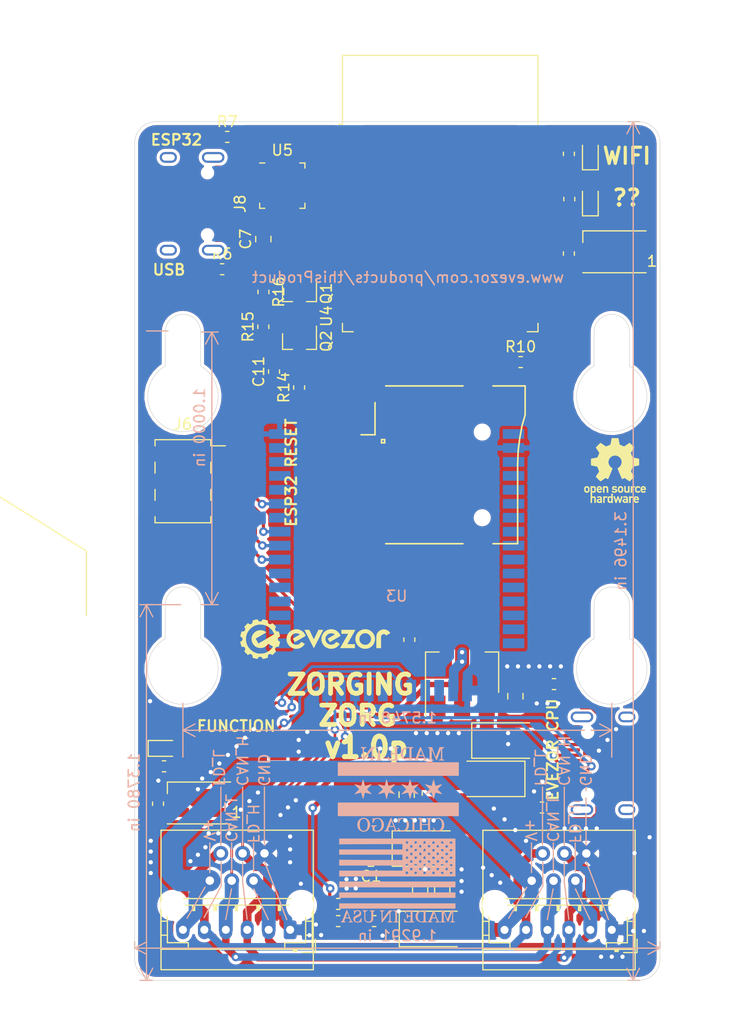
<source format=kicad_pcb>
(kicad_pcb (version 20171130) (host pcbnew "(5.1.5)-3")
  (layers (0 F.Cu signal) (31 B.Cu signal) (34 B.Paste user) (35 F.Paste user) (36 B.SilkS user) (37 F.SilkS user) (38 B.Mask user) (39 F.Mask user) (44 Edge.Cuts user))
  (net 0 "")
  (net 1 "Net-(C1-Pad2)")
  (net 2 "Net-(C1-Pad1)")
  (net 3 "Net-(C2-Pad2)")
  (net 4 GND)
  (net 5 /CAN_H)
  (net 6 /CAN_L)
  (net 7 +3V3)
  (net 8 /FD_H)
  (net 9 /FD_L)
  (net 10 "Net-(D3-Pad1)")
  (net 11 /RESET)
  (net 12 "Net-(U3-Pad19)")
  (net 13 "Net-(U3-Pad16)")
  (net 14 "Net-(U3-Pad28)")
  (net 15 "Net-(U3-Pad15)")
  (net 16 "Net-(U3-Pad14)")
  (net 17 "Net-(U3-Pad13)")
  (net 18 "Net-(U3-Pad12)")
  (net 19 "Net-(U3-Pad11)")
  (net 20 "Net-(U3-Pad10)")
  (net 21 "Net-(U3-Pad9)")
  (net 22 "Net-(U3-Pad8)")
  (net 23 "Net-(U3-Pad29)")
  (net 24 "Net-(U3-Pad30)")
  (net 25 "Net-(U3-Pad31)")
  (net 26 "Net-(U3-Pad32)")
  (net 27 "Net-(U3-Pad33)")
  (net 28 "Net-(U3-Pad37)")
  (net 29 /NEO_STATUS)
  (net 30 "Net-(U3-Pad3)")
  (net 31 "Net-(J1-PadA8)")
  (net 32 "Net-(J1-PadB8)")
  (net 33 "Net-(C3-Pad1)")
  (net 34 /BOOT)
  (net 35 /D+)
  (net 36 /CC2)
  (net 37 /D-)
  (net 38 /CC1)
  (net 39 /VREG_OUT)
  (net 40 /USB_VCC)
  (net 41 /FUNCTION_BUTTON)
  (net 42 "Net-(C8-Pad1)")
  (net 43 /HBT_LED)
  (net 44 "Net-(D6-Pad1)")
  (net 45 VBUS)
  (net 46 /OLED_SCL)
  (net 47 /OLED_SDA)
  (net 48 "Net-(U3-Pad42)")
  (net 49 "Net-(U3-Pad41)")
  (net 50 "Net-(U3-Pad40)")
  (net 51 "Net-(U3-Pad39)")
  (net 52 "Net-(U3-Pad20)")
  (net 53 "Net-(U4-Pad36)")
  (net 54 "Net-(U4-Pad33)")
  (net 55 "Net-(U4-Pad32)")
  (net 56 "Net-(U4-Pad28)")
  (net 57 "Net-(U4-Pad26)")
  (net 58 "Net-(U4-Pad24)")
  (net 59 "Net-(U4-Pad12)")
  (net 60 "Net-(U4-Pad11)")
  (net 61 "Net-(U4-Pad10)")
  (net 62 "Net-(U4-Pad9)")
  (net 63 "Net-(U4-Pad8)")
  (net 64 "Net-(U4-Pad7)")
  (net 65 "Net-(U4-Pad6)")
  (net 66 "Net-(U4-Pad5)")
  (net 67 "Net-(U4-Pad4)")
  (net 68 "Net-(U4-Pad3)")
  (net 69 "Net-(SW3-Pad1)")
  (net 70 "Net-(SW4-Pad1)")
  (net 71 "Net-(J8-PadA4)")
  (net 72 "Net-(J8-PadB8)")
  (net 73 "Net-(J8-PadA8)")
  (net 74 "Net-(U5-Pad24)")
  (net 75 "Net-(U5-Pad22)")
  (net 76 "Net-(U5-Pad18)")
  (net 77 "Net-(U5-Pad17)")
  (net 78 "Net-(U5-Pad16)")
  (net 79 "Net-(U5-Pad15)")
  (net 80 "Net-(U5-Pad14)")
  (net 81 "Net-(U5-Pad13)")
  (net 82 "Net-(U5-Pad12)")
  (net 83 "Net-(U5-Pad11)")
  (net 84 "Net-(U5-Pad10)")
  (net 85 "Net-(U5-Pad9)")
  (net 86 "Net-(U5-Pad1)")
  (net 87 /ESP_CC1)
  (net 88 /ESP_D-)
  (net 89 /ESP_D+)
  (net 90 /ESP_CC2)
  (net 91 /TXD0)
  (net 92 /RXD0)
  (net 93 /DTR)
  (net 94 /RTS)
  (net 95 "Net-(D7-Pad2)")
  (net 96 /CD)
  (net 97 "Net-(Q1-Pad1)")
  (net 98 "Net-(Q2-Pad1)")
  (net 99 /VSPI_MOSI)
  (net 100 /VSPI_MISO)
  (net 101 /VPSI_CLK)
  (net 102 /VSPI_CS)
  (net 103 /HSPI_CS)
  (net 104 "Net-(U4-Pad22)")
  (net 105 "Net-(U4-Pad21)")
  (net 106 "Net-(U4-Pad20)")
  (net 107 "Net-(U4-Pad19)")
  (net 108 "Net-(U4-Pad18)")
  (net 109 "Net-(U4-Pad17)")
  (net 110 /HSPI_MOSI)
  (net 111 /HSPI_MISO)
  (net 112 /HPSI_CLK)
  (net 113 "Net-(XS1-Pad1)")
  (net 114 "Net-(XS1-Pad8)")
  (net 115 /ESP_RESET)
  (net 116 /IO0)
  (net 117 "Net-(D7-Pad1)")
  (net 118 "Net-(D8-Pad2)")
  (net 119 "Net-(D8-Pad1)")
  (net 120 "Net-(D9-Pad1)")
  (net 121 "Net-(D9-Pad3)")
  (module Resistor_SMD:R_0603_1608Metric (layer F.Cu) (at 136.5 93.4)
    (fp_text reference R10 (at 0 -1.43) (layer F.SilkS))
    (fp_text value 10k)
    (pad 2 smd roundrect (at 0.7875 0) (size 0.875 0.95) (layers F.Cu F.Paste F.Mask) (net 7 +3V3))
    (pad 1 smd roundrect (at -0.7875 0) (size 0.875 0.95) (layers F.Cu F.Paste F.Mask) (net 103 /HSPI_CS))
  )
  (module Resistor_SMD:R_0603_1608Metric (layer F.Cu) (at 141 74 270)
    (fp_text reference R18)
    (fp_text value 15k)
    (pad 2 smd roundrect (at 0.7875 0 270) (size 0.875 0.95) (layers F.Cu F.Paste F.Mask) (net 119 "Net-(D8-Pad1)"))
    (pad 1 smd roundrect (at -0.7875 0 270) (size 0.875 0.95) (layers F.Cu F.Paste F.Mask) (net 4 GND))
  )
  (module Resistor_SMD:R_0603_1608Metric (layer F.Cu) (at 141.04 78.2125 270)
    (fp_text reference R17)
    (fp_text value 15k)
    (pad 2 smd roundrect (at 0.7875 0 270) (size 0.875 0.95) (layers F.Cu F.Paste F.Mask) (net 117 "Net-(D7-Pad1)"))
    (pad 1 smd roundrect (at -0.7875 0 270) (size 0.875 0.95) (layers F.Cu F.Paste F.Mask) (net 4 GND))
  )
  (module LED_SMD:LED_SK6812MINI_PLCC4_3.5x3.5mm_P1.75mm (layer F.Cu) (at 145.25 83.125 180)
    (fp_text reference D9)
    (fp_text value SK6812MINI)
    (fp_text user 1 (at -3.5 -0.875) (layer F.SilkS))
    (pad 1 smd rect (at -1.75 -0.875 180) (size 1.6 0.85) (layers F.Cu F.Paste F.Mask) (net 120 "Net-(D9-Pad1)"))
    (pad 2 smd rect (at -1.75 0.875 180) (size 1.6 0.85) (layers F.Cu F.Paste F.Mask) (net 4 GND))
    (pad 4 smd rect (at 1.75 -0.875 180) (size 1.6 0.85) (layers F.Cu F.Paste F.Mask) (net 7 +3V3))
    (pad 3 smd rect (at 1.75 0.875 180) (size 1.6 0.85) (layers F.Cu F.Paste F.Mask) (net 121 "Net-(D9-Pad3)"))
  )
  (module LED_SMD:LED_0603_1608Metric (layer F.Cu) (at 143 74 90)
    (fp_text reference D8)
    (fp_text value LED)
    (pad 2 smd roundrect (at 0.7875 0 90) (size 0.875 0.95) (layers F.Cu F.Paste F.Mask) (net 118 "Net-(D8-Pad2)"))
    (pad 1 smd roundrect (at -0.7875 0 90) (size 0.875 0.95) (layers F.Cu F.Paste F.Mask) (net 119 "Net-(D8-Pad1)"))
  )
  (module LED_SMD:LED_0603_1608Metric (layer F.Cu) (at 143 78.2875 90)
    (fp_text reference D7)
    (fp_text value LED)
    (pad 2 smd roundrect (at 0.7875 0 90) (size 0.875 0.95) (layers F.Cu F.Paste F.Mask) (net 95 "Net-(D7-Pad2)"))
    (pad 1 smd roundrect (at -0.7875 0 90) (size 0.875 0.95) (layers F.Cu F.Paste F.Mask) (net 117 "Net-(D7-Pad1)"))
  )
  (module Capacitor_SMD:C_0603_1608Metric (layer F.Cu) (at 141 83.2875 270)
    (fp_text reference C12)
    (fp_text value .1uF)
    (pad 2 smd roundrect (at 0.7875 0 270) (size 0.875 0.95) (layers F.Cu F.Paste F.Mask) (net 7 +3V3))
    (pad 1 smd roundrect (at -0.7875 0 270) (size 0.875 0.95) (layers F.Cu F.Paste F.Mask) (net 4 GND))
  )
  (module Resistor_SMD:R_0603_1608Metric (layer F.Cu) (at 112.51 86.86 270)
    (fp_text reference R16 (at 0 -1.43 90) (layer F.SilkS))
    (fp_text value 10k)
    (pad 2 smd roundrect (at 0.7875 0 270) (size 0.875 0.95) (layers F.Cu F.Paste F.Mask) (net 98 "Net-(Q2-Pad1)"))
    (pad 1 smd roundrect (at -0.7875 0 270) (size 0.875 0.95) (layers F.Cu F.Paste F.Mask) (net 93 /DTR))
  )
  (module Resistor_SMD:R_0603_1608Metric (layer F.Cu) (at 112.5 90.1075 90)
    (fp_text reference R15 (at 0 -1.43 90) (layer F.SilkS))
    (fp_text value 10k)
    (pad 2 smd roundrect (at 0.7875 0 90) (size 0.875 0.95) (layers F.Cu F.Paste F.Mask) (net 97 "Net-(Q1-Pad1)"))
    (pad 1 smd roundrect (at -0.7875 0 90) (size 0.875 0.95) (layers F.Cu F.Paste F.Mask) (net 94 /RTS))
  )
  (module Resistor_SMD:R_0603_1608Metric (layer F.Cu) (at 115.84 95.77 90)
    (fp_text reference R14 (at 0 -1.43 90) (layer F.SilkS))
    (fp_text value 10k)
    (pad 2 smd roundrect (at 0.7875 0 90) (size 0.875 0.95) (layers F.Cu F.Paste F.Mask) (net 7 +3V3))
    (pad 1 smd roundrect (at -0.7875 0 90) (size 0.875 0.95) (layers F.Cu F.Paste F.Mask) (net 115 /ESP_RESET))
  )
  (module Capacitor_SMD:C_0603_1608Metric (layer F.Cu) (at 113.5 94.2875 90)
    (fp_text reference C11 (at 0 -1.43 90) (layer F.SilkS))
    (fp_text value 1uF)
    (pad 2 smd roundrect (at 0.7875 0 90) (size 0.875 0.95) (layers F.Cu F.Paste F.Mask) (net 115 /ESP_RESET))
    (pad 1 smd roundrect (at -0.7875 0 90) (size 0.875 0.95) (layers F.Cu F.Paste F.Mask) (net 4 GND))
  )
  (module Resistor_SMD:R_0603_1608Metric (layer F.Cu) (at 109.1375 72.42)
    (fp_text reference R7 (at 0 -1.43) (layer F.SilkS))
    (fp_text value 5.1k)
    (pad 2 smd roundrect (at 0.7875 0) (size 0.875 0.95) (layers F.Cu F.Paste F.Mask) (net 4 GND))
    (pad 1 smd roundrect (at -0.7875 0) (size 0.875 0.95) (layers F.Cu F.Paste F.Mask) (net 87 /ESP_CC1))
  )
  (module Resistor_SMD:R_0603_1608Metric (layer F.Cu) (at 108.6575 84.75)
    (fp_text reference R6 (at 0 -1.43) (layer F.SilkS))
    (fp_text value 5.1k)
    (pad 2 smd roundrect (at 0.7875 0) (size 0.875 0.95) (layers F.Cu F.Paste F.Mask) (net 4 GND))
    (pad 1 smd roundrect (at -0.7875 0) (size 0.875 0.95) (layers F.Cu F.Paste F.Mask) (net 90 /ESP_CC2))
  )
  (module Capacitor_SMD:C_0805_2012Metric (layer F.Cu) (at 112.5 81.9375 90)
    (fp_text reference C7 (at 0 -1.65 90) (layer F.SilkS))
    (fp_text value 10uF)
    (pad 2 smd roundrect (at 0.9375 0 90) (size 0.975 1.4) (layers F.Cu F.Paste F.Mask) (net 7 +3V3))
    (pad 1 smd roundrect (at -0.9375 0 90) (size 0.975 1.4) (layers F.Cu F.Paste F.Mask) (net 4 GND))
  )
  (module Package_DFN_QFN:QFN-24-1EP_4x4mm_P0.5mm_EP2.6x2.6mm (layer F.Cu) (at 114.27 76.96)
    (fp_text reference U5 (at 0 -3.3) (layer F.SilkS))
    (fp_text value CP2104)
    (pad 24 smd roundrect (at -1.25 -1.9375) (size 0.25 0.825) (layers F.Cu F.Paste F.Mask) (net 74 "Net-(U5-Pad24)"))
    (pad 23 smd roundrect (at -0.75 -1.9375) (size 0.25 0.825) (layers F.Cu F.Paste F.Mask) (net 93 /DTR))
    (pad 22 smd roundrect (at -0.25 -1.9375) (size 0.25 0.825) (layers F.Cu F.Paste F.Mask) (net 75 "Net-(U5-Pad22)"))
    (pad 21 smd roundrect (at 0.25 -1.9375) (size 0.25 0.825) (layers F.Cu F.Paste F.Mask) (net 92 /RXD0))
    (pad 20 smd roundrect (at 0.75 -1.9375) (size 0.25 0.825) (layers F.Cu F.Paste F.Mask) (net 91 /TXD0))
    (pad 19 smd roundrect (at 1.25 -1.9375) (size 0.25 0.825) (layers F.Cu F.Paste F.Mask) (net 94 /RTS))
    (pad 18 smd roundrect (at 1.9375 -1.25) (size 0.825 0.25) (layers F.Cu F.Paste F.Mask) (net 76 "Net-(U5-Pad18)"))
    (pad 17 smd roundrect (at 1.9375 -0.75) (size 0.825 0.25) (layers F.Cu F.Paste F.Mask) (net 77 "Net-(U5-Pad17)"))
    (pad 16 smd roundrect (at 1.9375 -0.25) (size 0.825 0.25) (layers F.Cu F.Paste F.Mask) (net 78 "Net-(U5-Pad16)"))
    (pad 15 smd roundrect (at 1.9375 0.25) (size 0.825 0.25) (layers F.Cu F.Paste F.Mask) (net 79 "Net-(U5-Pad15)"))
    (pad 14 smd roundrect (at 1.9375 0.75) (size 0.825 0.25) (layers F.Cu F.Paste F.Mask) (net 80 "Net-(U5-Pad14)"))
    (pad 13 smd roundrect (at 1.9375 1.25) (size 0.825 0.25) (layers F.Cu F.Paste F.Mask) (net 81 "Net-(U5-Pad13)"))
    (pad 12 smd roundrect (at 1.25 1.9375) (size 0.25 0.825) (layers F.Cu F.Paste F.Mask) (net 82 "Net-(U5-Pad12)"))
    (pad 11 smd roundrect (at 0.75 1.9375) (size 0.25 0.825) (layers F.Cu F.Paste F.Mask) (net 83 "Net-(U5-Pad11)"))
    (pad 10 smd roundrect (at 0.25 1.9375) (size 0.25 0.825) (layers F.Cu F.Paste F.Mask) (net 84 "Net-(U5-Pad10)"))
    (pad 9 smd roundrect (at -0.25 1.9375) (size 0.25 0.825) (layers F.Cu F.Paste F.Mask) (net 85 "Net-(U5-Pad9)"))
    (pad 8 smd roundrect (at -0.75 1.9375) (size 0.25 0.825) (layers F.Cu F.Paste F.Mask) (net 71 "Net-(J8-PadA4)"))
    (pad 7 smd roundrect (at -1.25 1.9375) (size 0.25 0.825) (layers F.Cu F.Paste F.Mask) (net 7 +3V3))
    (pad 6 smd roundrect (at -1.9375 1.25) (size 0.825 0.25) (layers F.Cu F.Paste F.Mask) (net 7 +3V3))
    (pad 5 smd roundrect (at -1.9375 0.75) (size 0.825 0.25) (layers F.Cu F.Paste F.Mask) (net 7 +3V3))
    (pad 4 smd roundrect (at -1.9375 0.25) (size 0.825 0.25) (layers F.Cu F.Paste F.Mask) (net 88 /ESP_D-))
    (pad 3 smd roundrect (at -1.9375 -0.25) (size 0.825 0.25) (layers F.Cu F.Paste F.Mask) (net 89 /ESP_D+))
    (pad 2 smd roundrect (at -1.9375 -0.75) (size 0.825 0.25) (layers F.Cu F.Paste F.Mask) (net 4 GND))
    (pad 1 smd roundrect (at -1.9375 -1.25) (size 0.825 0.25) (layers F.Cu F.Paste F.Mask) (net 86 "Net-(U5-Pad1)"))
    (pad 25 smd roundrect (at 0 0) (size 2.6 2.6) (layers F.Cu F.Mask) (roundrect_rratio 0.096154) (net 4 GND))
  )
  (module EvezorLIB:USB_C_Receptacle_HRO_TYPE-C-31-M-12 (layer F.Cu) (at 104.69 78.65 270)
    (fp_text reference J8 (at 0 -5.645 90) (layer F.SilkS))
    (fp_text value USB_C_Receptacle_USB2.0)
    (pad B1 smd rect (at 3.25 -4.045 270) (size 0.6 1.45) (layers F.Cu F.Paste F.Mask) (net 4 GND))
    (pad A9 smd rect (at 2.45 -4.045 270) (size 0.6 1.45) (layers F.Cu F.Paste F.Mask) (net 71 "Net-(J8-PadA4)"))
    (pad B9 smd rect (at -2.45 -4.045 270) (size 0.6 1.45) (layers F.Cu F.Paste F.Mask) (net 71 "Net-(J8-PadA4)"))
    (pad B12 smd rect (at -3.25 -4.045 270) (size 0.6 1.45) (layers F.Cu F.Paste F.Mask) (net 4 GND))
    (pad A1 smd rect (at -3.25 -4.045 270) (size 0.6 1.45) (layers F.Cu F.Paste F.Mask) (net 4 GND))
    (pad A4 smd rect (at -2.45 -4.045 270) (size 0.6 1.45) (layers F.Cu F.Paste F.Mask) (net 71 "Net-(J8-PadA4)"))
    (pad B4 smd rect (at 2.45 -4.045 270) (size 0.6 1.45) (layers F.Cu F.Paste F.Mask) (net 71 "Net-(J8-PadA4)"))
    (pad A12 smd rect (at 3.25 -4.045 270) (size 0.6 1.45) (layers F.Cu F.Paste F.Mask) (net 4 GND))
    (pad B8 smd rect (at -1.75 -4.045 270) (size 0.3 1.45) (layers F.Cu F.Paste F.Mask) (net 72 "Net-(J8-PadB8)"))
    (pad A5 smd rect (at -1.25 -4.045 270) (size 0.3 1.45) (layers F.Cu F.Paste F.Mask) (net 87 /ESP_CC1))
    (pad B7 smd rect (at -0.75 -4.045 270) (size 0.3 1.45) (layers F.Cu F.Paste F.Mask) (net 88 /ESP_D-))
    (pad A7 smd rect (at 0.25 -4.045 270) (size 0.3 1.45) (layers F.Cu F.Paste F.Mask) (net 88 /ESP_D-))
    (pad B6 smd rect (at 0.75 -4.045 270) (size 0.3 1.45) (layers F.Cu F.Paste F.Mask) (net 89 /ESP_D+))
    (pad A8 smd rect (at 1.25 -4.045 270) (size 0.3 1.45) (layers F.Cu F.Paste F.Mask) (net 73 "Net-(J8-PadA8)"))
    (pad B5 smd rect (at 1.75 -4.045 270) (size 0.3 1.45) (layers F.Cu F.Paste F.Mask) (net 90 /ESP_CC2))
    (pad A6 smd rect (at -0.25 -4.045 270) (size 0.3 1.45) (layers F.Cu F.Paste F.Mask) (net 89 /ESP_D+))
    (pad "" thru_hole oval (at 4.32 -3.13 270) (size 1 2.1) (drill oval 0.6 1.7) (layers *.Cu *.Mask))
    (pad "" thru_hole oval (at -4.32 -3.13 270) (size 1 2.1) (drill oval 0.6 1.7) (layers *.Cu *.Mask))
    (pad "" np_thru_hole circle (at -2.89 -2.6 270) (size 0.65 0.65) (drill 0.65) (layers *.Cu *.Mask))
    (pad "" thru_hole oval (at -4.32 1.05 270) (size 1 1.6) (drill oval 0.6 1.2) (layers *.Cu *.Mask))
    (pad "" np_thru_hole circle (at 2.89 -2.6 270) (size 0.65 0.65) (drill 0.65) (layers *.Cu *.Mask))
    (pad "" thru_hole oval (at 4.32 1.05 270) (size 1 1.6) (drill oval 0.6 1.2) (layers *.Cu *.Mask))
  )
  (module EvezorLIB:SWITCH_2x3_SMD_TACTILE_GREEN (layer F.Cu) (at 134.95 115.2)
    (fp_text reference SW4)
    (fp_text value SW_Push)
    (pad 2 smd rect (at 3.85 0) (size 1.5 1.2) (layers F.Cu F.Paste F.Mask) (net 4 GND))
    (pad 1 smd rect (at -3.85 0) (size 1.5 1.2) (layers F.Cu F.Paste F.Mask) (net 70 "Net-(SW4-Pad1)"))
  )
  (module EvezorLIB:SWITCH_2x3_SMD_TACTILE_GREEN (layer F.Cu) (at 123.35 115.2)
    (fp_text reference SW3)
    (fp_text value SW_Push)
    (pad 2 smd rect (at 3.85 0) (size 1.5 1.2) (layers F.Cu F.Paste F.Mask) (net 4 GND))
    (pad 1 smd rect (at -3.85 0) (size 1.5 1.2) (layers F.Cu F.Paste F.Mask) (net 69 "Net-(SW3-Pad1)"))
  )
  (module EvezorLIB:SWITCH_2x3_SMD_TACTILE_GREEN (layer F.Cu) (at 117.8 103.55 270)
    (fp_text reference SW2)
    (fp_text value SW_Push)
    (pad 2 smd rect (at 3.85 0 270) (size 1.5 1.2) (layers F.Cu F.Paste F.Mask) (net 4 GND))
    (pad 1 smd rect (at -3.85 0 270) (size 1.5 1.2) (layers F.Cu F.Paste F.Mask) (net 115 /ESP_RESET))
  )
  (module EvezorLIB:EDGE_STAMP (layer B.Cu) (at 124.94 123.6 180)
    (fp_text reference U3 (at 0 8.4) (layer B.SilkS) (effects (justify mirror)))
    (fp_text value EDGE_STM32F405_CPU_V1)
    (pad 43 smd rect (at 10.9 23.5 90) (size 0.9 2) (layers B.Cu B.Paste B.Mask) (net 4 GND))
    (pad 42 smd rect (at 10.9 22.2 90) (size 0.9 2) (layers B.Cu B.Paste B.Mask) (net 48 "Net-(U3-Pad42)"))
    (pad 41 smd rect (at 10.9 20.9 90) (size 0.9 2) (layers B.Cu B.Paste B.Mask) (net 49 "Net-(U3-Pad41)"))
    (pad 40 smd rect (at 10.9 19.6 90) (size 0.9 2) (layers B.Cu B.Paste B.Mask) (net 50 "Net-(U3-Pad40)"))
    (pad 39 smd rect (at 10.9 18.3 90) (size 0.9 2) (layers B.Cu B.Paste B.Mask) (net 51 "Net-(U3-Pad39)"))
    (pad 38 smd rect (at 10.9 17 90) (size 0.9 2) (layers B.Cu B.Paste B.Mask) (net 11 /RESET))
    (pad 37 smd rect (at 10.9 15.7 90) (size 0.9 2) (layers B.Cu B.Paste B.Mask) (net 28 "Net-(U3-Pad37)"))
    (pad 36 smd rect (at 10.9 14.4 90) (size 0.9 2) (layers B.Cu B.Paste B.Mask) (net 34 /BOOT))
    (pad 35 smd rect (at 10.9 13.1 90) (size 0.9 2) (layers B.Cu B.Paste B.Mask) (net 47 /OLED_SDA))
    (pad 34 smd rect (at 10.9 11.8 90) (size 0.9 2) (layers B.Cu B.Paste B.Mask) (net 46 /OLED_SCL))
    (pad 33 smd rect (at 10.9 10.5 90) (size 0.9 2) (layers B.Cu B.Paste B.Mask) (net 27 "Net-(U3-Pad33)"))
    (pad 32 smd rect (at 10.9 9.2 90) (size 0.9 2) (layers B.Cu B.Paste B.Mask) (net 26 "Net-(U3-Pad32)"))
    (pad 31 smd rect (at 10.9 7.9 90) (size 0.9 2) (layers B.Cu B.Paste B.Mask) (net 25 "Net-(U3-Pad31)"))
    (pad 30 smd rect (at 10.9 6.6 90) (size 0.9 2) (layers B.Cu B.Paste B.Mask) (net 24 "Net-(U3-Pad30)"))
    (pad 29 smd rect (at 10.9 5.3 90) (size 0.9 2) (layers B.Cu B.Paste B.Mask) (net 23 "Net-(U3-Pad29)"))
    (pad 1 smd rect (at -10.9 23.5 90) (size 0.9 2) (layers B.Cu B.Paste B.Mask) (net 7 +3V3))
    (pad 2 smd rect (at -10.9 22.2 90) (size 0.9 2) (layers B.Cu B.Paste B.Mask) (net 4 GND))
    (pad 3 smd rect (at -10.9 20.9 90) (size 0.9 2) (layers B.Cu B.Paste B.Mask) (net 30 "Net-(U3-Pad3)"))
    (pad 4 smd rect (at -10.9 19.6 90) (size 0.9 2) (layers B.Cu B.Paste B.Mask) (net 102 /VSPI_CS))
    (pad 5 smd rect (at -10.9 18.3 90) (size 0.9 2) (layers B.Cu B.Paste B.Mask) (net 101 /VPSI_CLK))
    (pad 6 smd rect (at -10.9 17 90) (size 0.9 2) (layers B.Cu B.Paste B.Mask) (net 100 /VSPI_MISO))
    (pad 7 smd rect (at -10.9 15.7 90) (size 0.9 2) (layers B.Cu B.Paste B.Mask) (net 99 /VSPI_MOSI))
    (pad 8 smd rect (at -10.9 14.4 90) (size 0.9 2) (layers B.Cu B.Paste B.Mask) (net 22 "Net-(U3-Pad8)"))
    (pad 9 smd rect (at -10.9 13.1 90) (size 0.9 2) (layers B.Cu B.Paste B.Mask) (net 21 "Net-(U3-Pad9)"))
    (pad 10 smd rect (at -10.9 11.8 90) (size 0.9 2) (layers B.Cu B.Paste B.Mask) (net 20 "Net-(U3-Pad10)"))
    (pad 11 smd rect (at -10.9 10.5 90) (size 0.9 2) (layers B.Cu B.Paste B.Mask) (net 19 "Net-(U3-Pad11)"))
    (pad 12 smd rect (at -10.9 9.2 90) (size 0.9 2) (layers B.Cu B.Paste B.Mask) (net 18 "Net-(U3-Pad12)"))
    (pad 13 smd rect (at -10.9 7.9 90) (size 0.9 2) (layers B.Cu B.Paste B.Mask) (net 17 "Net-(U3-Pad13)"))
    (pad 14 smd rect (at -10.9 6.6 90) (size 0.9 2) (layers B.Cu B.Paste B.Mask) (net 16 "Net-(U3-Pad14)"))
    (pad 15 smd rect (at -10.9 5.3 90) (size 0.9 2) (layers B.Cu B.Paste B.Mask) (net 15 "Net-(U3-Pad15)"))
    (pad 28 smd rect (at 10.9 4 90) (size 0.9 2) (layers B.Cu B.Paste B.Mask) (net 14 "Net-(U3-Pad28)"))
    (pad 16 smd rect (at -10.9 4 90) (size 0.9 2) (layers B.Cu B.Paste B.Mask) (net 13 "Net-(U3-Pad16)"))
    (pad 27 smd rect (at 6.5 -0.4) (size 0.9 2) (layers B.Cu B.Paste B.Mask) (net 6 /CAN_L))
    (pad 26 smd rect (at 5.2 -0.4) (size 0.9 2) (layers B.Cu B.Paste B.Mask) (net 5 /CAN_H))
    (pad 25 smd rect (at 3.9 -0.4) (size 0.9 2) (layers B.Cu B.Paste B.Mask) (net 35 /D+))
    (pad 24 smd rect (at 2.6 -0.4) (size 0.9 2) (layers B.Cu B.Paste B.Mask) (net 37 /D-))
    (pad 23 smd rect (at 1.3 -0.4) (size 0.9 2) (layers B.Cu B.Paste B.Mask) (net 41 /FUNCTION_BUTTON))
    (pad 22 smd rect (at -0.06 -0.4) (size 0.9 2) (layers B.Cu B.Paste B.Mask) (net 29 /NEO_STATUS))
    (pad 21 smd rect (at -1.36 -0.4) (size 0.9 2) (layers B.Cu B.Paste B.Mask) (net 43 /HBT_LED))
    (pad 20 smd rect (at -2.66 -0.4) (size 0.9 2) (layers B.Cu B.Paste B.Mask) (net 52 "Net-(U3-Pad20)"))
    (pad 19 smd rect (at -3.96 -0.4) (size 0.9 2) (layers B.Cu B.Paste B.Mask) (net 12 "Net-(U3-Pad19)"))
    (pad 18 smd rect (at -5.26 -0.4) (size 0.9 2) (layers B.Cu B.Paste B.Mask) (net 7 +3V3))
    (pad 17 smd rect (at -6.56 -0.4) (size 0.9 2) (layers B.Cu B.Paste B.Mask) (net 4 GND))
  )
  (module Evezor_extras:Conn_uSDcard (layer F.Cu) (at 132.92 102.97 90)
    (fp_text reference XS1)
    (fp_text value uSD-push_push_SMD)
    (pad 3 smd rect (at 0 -10.5 90) (size 0.7 1.6) (layers F.Cu F.Paste F.Mask) (net 110 /HSPI_MOSI))
    (pad "" np_thru_hole circle (at -4.93 0 90) (size 1 1) (drill 1) (layers *.Cu))
    (pad "" np_thru_hole circle (at 3.05 0 90) (size 1 1) (drill 1) (layers *.Cu))
    (pad 2 smd rect (at 1.1 -10.5 90) (size 0.7 1.6) (layers F.Cu F.Paste F.Mask) (net 103 /HSPI_CS))
    (pad 1 smd rect (at 2.2 -10.5 90) (size 0.7 1.6) (layers F.Cu F.Paste F.Mask) (net 113 "Net-(XS1-Pad1)"))
    (pad 4 smd rect (at -1.1 -10.5 90) (size 0.7 1.6) (layers F.Cu F.Paste F.Mask) (net 7 +3V3))
    (pad 5 smd rect (at -2.2 -10.5 90) (size 0.7 1.6) (layers F.Cu F.Paste F.Mask) (net 112 /HPSI_CLK))
    (pad 6 smd rect (at -3.3 -10.5 90) (size 0.7 1.6) (layers F.Cu F.Paste F.Mask) (net 4 GND))
    (pad 8 smd rect (at -5.5 -10.5 90) (size 0.7 1.6) (layers F.Cu F.Paste F.Mask) (net 114 "Net-(XS1-Pad8)"))
    (pad 7 smd rect (at -4.4 -10.5 90) (size 0.7 1.6) (layers F.Cu F.Paste F.Mask) (net 111 /HSPI_MISO))
    (pad 9 smd rect (at -6.6 -10.5 90) (size 0.7 1.6) (layers F.Cu F.Paste F.Mask) (net 96 /CD))
    (pad 6 smd rect (at -7.75 -10 90) (size 1.2 1.4) (layers F.Cu F.Paste F.Mask) (net 4 GND))
    (pad 6 smd rect (at 6.85 -10 90) (size 1.6 1.4) (layers F.Cu F.Paste F.Mask) (net 4 GND))
    (pad 6 smd rect (at -7.75 -0.4 90) (size 1.2 2.2) (layers F.Cu F.Paste F.Mask) (net 4 GND))
    (pad 6 smd rect (at 7.75 -0.4 90) (size 1.2 2.2) (layers F.Cu F.Paste F.Mask) (net 4 GND))
  )
  (module RF_Module:ESP32-WROOM-32 (layer F.Cu) (at 129 80.69)
    (fp_text reference U4 (at -10.61 8.43 90) (layer F.SilkS))
    (fp_text value ESP32-WROOM-32D)
    (pad 38 smd rect (at 8.5 -8.255) (size 2 0.9) (layers F.Cu F.Paste F.Mask) (net 4 GND))
    (pad 37 smd rect (at 8.5 -6.985) (size 2 0.9) (layers F.Cu F.Paste F.Mask) (net 99 /VSPI_MOSI))
    (pad 36 smd rect (at 8.5 -5.715) (size 2 0.9) (layers F.Cu F.Paste F.Mask) (net 53 "Net-(U4-Pad36)"))
    (pad 35 smd rect (at 8.5 -4.445) (size 2 0.9) (layers F.Cu F.Paste F.Mask) (net 91 /TXD0))
    (pad 34 smd rect (at 8.5 -3.175) (size 2 0.9) (layers F.Cu F.Paste F.Mask) (net 92 /RXD0))
    (pad 33 smd rect (at 8.5 -1.905) (size 2 0.9) (layers F.Cu F.Paste F.Mask) (net 54 "Net-(U4-Pad33)"))
    (pad 32 smd rect (at 8.5 -0.635) (size 2 0.9) (layers F.Cu F.Paste F.Mask) (net 55 "Net-(U4-Pad32)"))
    (pad 31 smd rect (at 8.5 0.635) (size 2 0.9) (layers F.Cu F.Paste F.Mask) (net 100 /VSPI_MISO))
    (pad 30 smd rect (at 8.5 1.905) (size 2 0.9) (layers F.Cu F.Paste F.Mask) (net 101 /VPSI_CLK))
    (pad 29 smd rect (at 8.5 3.175) (size 2 0.9) (layers F.Cu F.Paste F.Mask) (net 102 /VSPI_CS))
    (pad 28 smd rect (at 8.5 4.445) (size 2 0.9) (layers F.Cu F.Paste F.Mask) (net 56 "Net-(U4-Pad28)"))
    (pad 27 smd rect (at 8.5 5.715) (size 2 0.9) (layers F.Cu F.Paste F.Mask) (net 96 /CD))
    (pad 26 smd rect (at 8.5 6.985) (size 2 0.9) (layers F.Cu F.Paste F.Mask) (net 57 "Net-(U4-Pad26)"))
    (pad 25 smd rect (at 8.5 8.255) (size 2 0.9) (layers F.Cu F.Paste F.Mask) (net 116 /IO0))
    (pad 24 smd rect (at 5.715 9.255 90) (size 2 0.9) (layers F.Cu F.Paste F.Mask) (net 58 "Net-(U4-Pad24)"))
    (pad 23 smd rect (at 4.445 9.255 90) (size 2 0.9) (layers F.Cu F.Paste F.Mask) (net 103 /HSPI_CS))
    (pad 22 smd rect (at 3.175 9.255 90) (size 2 0.9) (layers F.Cu F.Paste F.Mask) (net 104 "Net-(U4-Pad22)"))
    (pad 21 smd rect (at 1.905 9.255 90) (size 2 0.9) (layers F.Cu F.Paste F.Mask) (net 105 "Net-(U4-Pad21)"))
    (pad 20 smd rect (at 0.635 9.255 90) (size 2 0.9) (layers F.Cu F.Paste F.Mask) (net 106 "Net-(U4-Pad20)"))
    (pad 19 smd rect (at -0.635 9.255 90) (size 2 0.9) (layers F.Cu F.Paste F.Mask) (net 107 "Net-(U4-Pad19)"))
    (pad 18 smd rect (at -1.905 9.255 90) (size 2 0.9) (layers F.Cu F.Paste F.Mask) (net 108 "Net-(U4-Pad18)"))
    (pad 17 smd rect (at -3.175 9.255 90) (size 2 0.9) (layers F.Cu F.Paste F.Mask) (net 109 "Net-(U4-Pad17)"))
    (pad 16 smd rect (at -4.445 9.255 90) (size 2 0.9) (layers F.Cu F.Paste F.Mask) (net 110 /HSPI_MOSI))
    (pad 15 smd rect (at -5.715 9.255 90) (size 2 0.9) (layers F.Cu F.Paste F.Mask) (net 4 GND))
    (pad 14 smd rect (at -8.5 8.255) (size 2 0.9) (layers F.Cu F.Paste F.Mask) (net 111 /HSPI_MISO))
    (pad 13 smd rect (at -8.5 6.985) (size 2 0.9) (layers F.Cu F.Paste F.Mask) (net 112 /HPSI_CLK))
    (pad 12 smd rect (at -8.5 5.715) (size 2 0.9) (layers F.Cu F.Paste F.Mask) (net 59 "Net-(U4-Pad12)"))
    (pad 11 smd rect (at -8.5 4.445) (size 2 0.9) (layers F.Cu F.Paste F.Mask) (net 60 "Net-(U4-Pad11)"))
    (pad 10 smd rect (at -8.5 3.175) (size 2 0.9) (layers F.Cu F.Paste F.Mask) (net 61 "Net-(U4-Pad10)"))
    (pad 9 smd rect (at -8.5 1.905) (size 2 0.9) (layers F.Cu F.Paste F.Mask) (net 62 "Net-(U4-Pad9)"))
    (pad 8 smd rect (at -8.5 0.635) (size 2 0.9) (layers F.Cu F.Paste F.Mask) (net 63 "Net-(U4-Pad8)"))
    (pad 7 smd rect (at -8.5 -0.635) (size 2 0.9) (layers F.Cu F.Paste F.Mask) (net 64 "Net-(U4-Pad7)"))
    (pad 6 smd rect (at -8.5 -1.905) (size 2 0.9) (layers F.Cu F.Paste F.Mask) (net 65 "Net-(U4-Pad6)"))
    (pad 5 smd rect (at -8.5 -3.175) (size 2 0.9) (layers F.Cu F.Paste F.Mask) (net 66 "Net-(U4-Pad5)"))
    (pad 4 smd rect (at -8.5 -4.445) (size 2 0.9) (layers F.Cu F.Paste F.Mask) (net 67 "Net-(U4-Pad4)"))
    (pad 3 smd rect (at -8.5 -5.715) (size 2 0.9) (layers F.Cu F.Paste F.Mask) (net 68 "Net-(U4-Pad3)"))
    (pad 2 smd rect (at -8.5 -6.985) (size 2 0.9) (layers F.Cu F.Paste F.Mask) (net 7 +3V3))
    (pad 1 smd rect (at -8.5 -8.255) (size 2 0.9) (layers F.Cu F.Paste F.Mask) (net 4 GND))
    (pad 39 smd rect (at -1 -0.755) (size 5 5) (layers F.Cu F.Paste F.Mask) (net 4 GND))
  )
  (module Capacitor_SMD:C_0805_2012Metric (layer F.Cu) (at 127.13 142.61 90)
    (fp_text reference C3)
    (fp_text value ".1uF 100V")
    (pad 2 smd roundrect (at 0.9375 0 90) (size 0.975 1.4) (layers F.Cu F.Paste F.Mask) (net 4 GND))
    (pad 1 smd roundrect (at -0.9375 0 90) (size 0.975 1.4) (layers F.Cu F.Paste F.Mask) (net 33 "Net-(C3-Pad1)"))
  )
  (module Capacitor_SMD:C_0805_2012Metric (layer F.Cu) (at 122.54 139.66 180)
    (fp_text reference C1 (at 0 -1.65) (layer F.SilkS))
    (fp_text value ".1uF 100V")
    (pad 2 smd roundrect (at 0.9375 0 180) (size 0.975 1.4) (layers F.Cu F.Paste F.Mask) (net 1 "Net-(C1-Pad2)"))
    (pad 1 smd roundrect (at -0.9375 0 180) (size 0.975 1.4) (layers F.Cu F.Paste F.Mask) (net 2 "Net-(C1-Pad1)"))
  )
  (module Connector_PinSocket_2.54mm:PinSocket_2x03_P2.54mm_Vertical_SMD (layer F.Cu) (at 105 104.5)
    (fp_text reference J6 (at 0 -5.31) (layer F.SilkS))
    (fp_text value Conn_02x03_Odd_Even)
    (pad 6 smd rect (at -2.52 2.54) (size 3 1) (layers F.Cu F.Paste F.Mask) (net 7 +3V3))
    (pad 5 smd rect (at 2.52 2.54) (size 3 1) (layers F.Cu F.Paste F.Mask) (net 46 /OLED_SCL))
    (pad 4 smd rect (at -2.52 0) (size 3 1) (layers F.Cu F.Paste F.Mask) (net 47 /OLED_SDA))
    (pad 3 smd rect (at 2.52 0) (size 3 1) (layers F.Cu F.Paste F.Mask) (net 34 /BOOT))
    (pad 2 smd rect (at -2.52 -2.54) (size 3 1) (layers F.Cu F.Paste F.Mask) (net 11 /RESET))
    (pad 1 smd rect (at 2.52 -2.54) (size 3 1) (layers F.Cu F.Paste F.Mask) (net 4 GND))
  )
  (module Symbol:OSHW-Logo_5.7x6mm_SilkScreen (layer F.Cu) (at 145.3 103.5)
    (fp_text reference REF** hide)
    (fp_text value OSHW-Logo_5.7x6mm_SilkScreen hide)
  )
  (module Evezor_extras:MADE_IN_CHICAGO (layer B.Cu) (at 125.1 133.2 180)
    (fp_text reference G*** hide)
    (fp_text value LOGO hide)
  )
  (module "Evezor_extras:MADE IN USA" (layer B.Cu) (at 125 141.7 180)
    (fp_text reference G*** hide)
    (fp_text value LOGO hide)
  )
  (module EvezorLIB:LOGO_37 (layer F.Cu) (at 112.2 119.2)
    (fp_text reference G*** hide)
    (fp_text value LOGO hide)
  )
  (module EvezorLIB:evezor_18 (layer F.Cu) (at 119.5 119.2)
    (fp_text reference G*** hide)
    (fp_text value LOGO hide)
  )
  (module LED_SMD:LED_SK6812MINI_PLCC4_3.5x3.5mm_P1.75mm (layer F.Cu) (at 106.5 134.475 180)
    (fp_text reference D6)
    (fp_text value SK6812MINI)
    (fp_text user 1 (at -3.5 -0.875) (layer F.SilkS))
    (pad 1 smd rect (at -1.75 -0.875 180) (size 1.6 0.85) (layers F.Cu F.Paste F.Mask) (net 44 "Net-(D6-Pad1)"))
    (pad 2 smd rect (at -1.75 0.875 180) (size 1.6 0.85) (layers F.Cu F.Paste F.Mask) (net 4 GND))
    (pad 4 smd rect (at 1.75 -0.875 180) (size 1.6 0.85) (layers F.Cu F.Paste F.Mask) (net 7 +3V3))
    (pad 3 smd rect (at 1.75 0.875 180) (size 1.6 0.85) (layers F.Cu F.Paste F.Mask) (net 29 /NEO_STATUS))
  )
  (module EvezorLIB:USB_C_Receptacle_HRO_TYPE-C-31-M-12 (layer F.Cu) (at 145.35 130.78 90)
    (fp_text reference J1)
    (fp_text value USB_C_Receptacle_USB2.0)
    (pad B1 smd rect (at 3.25 -4.045 90) (size 0.6 1.45) (layers F.Cu F.Paste F.Mask) (net 4 GND))
    (pad A9 smd rect (at 2.45 -4.045 90) (size 0.6 1.45) (layers F.Cu F.Paste F.Mask) (net 40 /USB_VCC))
    (pad B9 smd rect (at -2.45 -4.045 90) (size 0.6 1.45) (layers F.Cu F.Paste F.Mask) (net 40 /USB_VCC))
    (pad B12 smd rect (at -3.25 -4.045 90) (size 0.6 1.45) (layers F.Cu F.Paste F.Mask) (net 4 GND))
    (pad A1 smd rect (at -3.25 -4.045 90) (size 0.6 1.45) (layers F.Cu F.Paste F.Mask) (net 4 GND))
    (pad A4 smd rect (at -2.45 -4.045 90) (size 0.6 1.45) (layers F.Cu F.Paste F.Mask) (net 40 /USB_VCC))
    (pad B4 smd rect (at 2.45 -4.045 90) (size 0.6 1.45) (layers F.Cu F.Paste F.Mask) (net 40 /USB_VCC))
    (pad A12 smd rect (at 3.25 -4.045 90) (size 0.6 1.45) (layers F.Cu F.Paste F.Mask) (net 4 GND))
    (pad B8 smd rect (at -1.75 -4.045 90) (size 0.3 1.45) (layers F.Cu F.Paste F.Mask) (net 32 "Net-(J1-PadB8)"))
    (pad A5 smd rect (at -1.25 -4.045 90) (size 0.3 1.45) (layers F.Cu F.Paste F.Mask) (net 38 /CC1))
    (pad B7 smd rect (at -0.75 -4.045 90) (size 0.3 1.45) (layers F.Cu F.Paste F.Mask) (net 37 /D-))
    (pad A7 smd rect (at 0.25 -4.045 90) (size 0.3 1.45) (layers F.Cu F.Paste F.Mask) (net 37 /D-))
    (pad B6 smd rect (at 0.75 -4.045 90) (size 0.3 1.45) (layers F.Cu F.Paste F.Mask) (net 35 /D+))
    (pad A8 smd rect (at 1.25 -4.045 90) (size 0.3 1.45) (layers F.Cu F.Paste F.Mask) (net 31 "Net-(J1-PadA8)"))
    (pad B5 smd rect (at 1.75 -4.045 90) (size 0.3 1.45) (layers F.Cu F.Paste F.Mask) (net 36 /CC2))
    (pad A6 smd rect (at -0.25 -4.045 90) (size 0.3 1.45) (layers F.Cu F.Paste F.Mask) (net 35 /D+))
    (pad "" thru_hole oval (at 4.32 -3.13 90) (size 1 2.1) (drill oval 0.6 1.7) (layers *.Cu *.Mask))
    (pad "" thru_hole oval (at -4.32 -3.13 90) (size 1 2.1) (drill oval 0.6 1.7) (layers *.Cu *.Mask))
    (pad "" np_thru_hole circle (at -2.89 -2.6 90) (size 0.65 0.65) (drill 0.65) (layers *.Cu *.Mask))
    (pad "" thru_hole oval (at -4.32 1.05 90) (size 1 1.6) (drill oval 0.6 1.2) (layers *.Cu *.Mask))
    (pad "" np_thru_hole circle (at 2.89 -2.6 90) (size 0.65 0.65) (drill 0.65) (layers *.Cu *.Mask))
    (pad "" thru_hole oval (at 4.32 1.05 90) (size 1 1.6) (drill oval 0.6 1.2) (layers *.Cu *.Mask))
  )
  (module Capacitor_SMD:C_0603_1608Metric (layer F.Cu) (at 102.68 134.5425 270)
    (fp_text reference C9)
    (fp_text value .1uF)
    (pad 2 smd roundrect (at 0.7875 0 270) (size 0.875 0.95) (layers F.Cu F.Paste F.Mask) (net 7 +3V3))
    (pad 1 smd roundrect (at -0.7875 0 270) (size 0.875 0.95) (layers F.Cu F.Paste F.Mask) (net 4 GND))
  )
  (module Connector_JST:JST_PH_B6B-PH-K_1x06_P2.00mm_Vertical (layer F.Cu) (at 115 146.29 180)
    (fp_text reference J5)
    (fp_text value PH)
    (pad 6 thru_hole oval (at 10 0 180) (size 1.2 1.75) (drill 0.75) (layers *.Cu *.Mask) (net 45 VBUS))
    (pad 5 thru_hole oval (at 8 0 180) (size 1.2 1.75) (drill 0.75) (layers *.Cu *.Mask) (net 9 /FD_L))
    (pad 4 thru_hole oval (at 6 0 180) (size 1.2 1.75) (drill 0.75) (layers *.Cu *.Mask) (net 6 /CAN_L))
    (pad 3 thru_hole oval (at 4 0 180) (size 1.2 1.75) (drill 0.75) (layers *.Cu *.Mask) (net 5 /CAN_H))
    (pad 2 thru_hole oval (at 2 0 180) (size 1.2 1.75) (drill 0.75) (layers *.Cu *.Mask) (net 8 /FD_H))
    (pad 1 thru_hole roundrect (at 0 0 180) (size 1.2 1.75) (drill 0.75) (layers *.Cu *.Mask) (roundrect_rratio 0.208333) (net 4 GND))
  )
  (module Capacitor_SMD:C_0603_1608Metric (layer F.Cu) (at 127.83 133.5975 270)
    (fp_text reference C5)
    (fp_text value .1uF)
    (pad 2 smd roundrect (at 0.7875 0 270) (size 0.875 0.95) (layers F.Cu F.Paste F.Mask) (net 4 GND))
    (pad 1 smd roundrect (at -0.7875 0 270) (size 0.875 0.95) (layers F.Cu F.Paste F.Mask) (net 39 /VREG_OUT))
  )
  (module Capacitor_SMD:C_0805_2012Metric (layer F.Cu) (at 125.87 133.7 270)
    (fp_text reference C6)
    (fp_text value 22uF)
    (pad 2 smd roundrect (at 0.9375 0 270) (size 0.975 1.4) (layers F.Cu F.Paste F.Mask) (net 4 GND))
    (pad 1 smd roundrect (at -0.9375 0 270) (size 0.975 1.4) (layers F.Cu F.Paste F.Mask) (net 39 /VREG_OUT))
  )
  (module Capacitor_SMD:C_0603_1608Metric (layer F.Cu) (at 119.4825 143.88)
    (fp_text reference C2)
    (fp_text value .1uF)
    (pad 2 smd roundrect (at 0.7875 0) (size 0.875 0.95) (layers F.Cu F.Paste F.Mask) (net 3 "Net-(C2-Pad2)"))
    (pad 1 smd roundrect (at -0.7875 0) (size 0.875 0.95) (layers F.Cu F.Paste F.Mask) (net 39 /VREG_OUT))
  )
  (module Capacitor_SMD:C_0805_2012Metric (layer F.Cu) (at 129.19 142.5975 90)
    (fp_text reference C4)
    (fp_text value 4.7uF)
    (pad 2 smd roundrect (at 0.9375 0 90) (size 0.975 1.4) (layers F.Cu F.Paste F.Mask) (net 4 GND))
    (pad 1 smd roundrect (at -0.9375 0 90) (size 0.975 1.4) (layers F.Cu F.Paste F.Mask) (net 33 "Net-(C3-Pad1)"))
  )
  (module EvezorLIB:RJ11_C189747_Horizontal (layer F.Cu) (at 140.079999 141.719999 180)
    (fp_text reference J2)
    (fp_text value RJ11)
    (pad "" np_thru_hole circle (at 6 -2.3) (size 2.3 2.3) (drill 2.3) (layers *.Cu *.Mask))
    (pad "" np_thru_hole circle (at -6 -2.3 180) (size 2.3 2.3) (drill 2.3) (layers *.Cu *.Mask))
    (pad 5 thru_hole circle (at 1.53 2.54 180) (size 1.39 1.39) (drill 0.79) (layers *.Cu *.Mask) (net 9 /FD_L))
    (pad 3 thru_hole circle (at -0.51 2.54 180) (size 1.39 1.39) (drill 0.79) (layers *.Cu *.Mask) (net 5 /CAN_H))
    (pad 1 thru_hole circle (at -2.55 2.54 180) (size 1.39 1.39) (drill 0.79) (layers *.Cu *.Mask) (net 4 GND))
    (pad 6 thru_hole circle (at 2.55 0 180) (size 1.39 1.39) (drill 0.79) (layers *.Cu *.Mask) (net 45 VBUS))
    (pad 4 thru_hole circle (at 0.51 0 180) (size 1.39 1.39) (drill 0.79) (layers *.Cu *.Mask) (net 6 /CAN_L))
    (pad 2 thru_hole circle (at -1.53 0 180) (size 1.39 1.39) (drill 0.79) (layers *.Cu *.Mask) (net 8 /FD_H))
  )
  (module EvezorLIB:RJ11_C189747_Horizontal (layer F.Cu) (at 110.059999 141.709999 180)
    (fp_text reference J3)
    (fp_text value RJ11)
    (pad "" np_thru_hole circle (at 6 -2.3) (size 2.3 2.3) (drill 2.3) (layers *.Cu *.Mask))
    (pad "" np_thru_hole circle (at -6 -2.3 180) (size 2.3 2.3) (drill 2.3) (layers *.Cu *.Mask))
    (pad 5 thru_hole circle (at 1.53 2.54 180) (size 1.39 1.39) (drill 0.79) (layers *.Cu *.Mask) (net 9 /FD_L))
    (pad 3 thru_hole circle (at -0.51 2.54 180) (size 1.39 1.39) (drill 0.79) (layers *.Cu *.Mask) (net 5 /CAN_H))
    (pad 1 thru_hole circle (at -2.55 2.54 180) (size 1.39 1.39) (drill 0.79) (layers *.Cu *.Mask) (net 4 GND))
    (pad 6 thru_hole circle (at 2.55 0 180) (size 1.39 1.39) (drill 0.79) (layers *.Cu *.Mask) (net 45 VBUS))
    (pad 4 thru_hole circle (at 0.51 0 180) (size 1.39 1.39) (drill 0.79) (layers *.Cu *.Mask) (net 6 /CAN_L))
    (pad 2 thru_hole circle (at -1.53 0 180) (size 1.39 1.39) (drill 0.79) (layers *.Cu *.Mask) (net 8 /FD_H))
  )
  (module Connector_JST:JST_PH_B6B-PH-K_1x06_P2.00mm_Vertical (layer F.Cu) (at 145 146.3 180)
    (fp_text reference J4)
    (fp_text value PH)
    (pad 6 thru_hole oval (at 10 0 180) (size 1.2 1.75) (drill 0.75) (layers *.Cu *.Mask) (net 45 VBUS))
    (pad 5 thru_hole oval (at 8 0 180) (size 1.2 1.75) (drill 0.75) (layers *.Cu *.Mask) (net 9 /FD_L))
    (pad 4 thru_hole oval (at 6 0 180) (size 1.2 1.75) (drill 0.75) (layers *.Cu *.Mask) (net 6 /CAN_L))
    (pad 3 thru_hole oval (at 4 0 180) (size 1.2 1.75) (drill 0.75) (layers *.Cu *.Mask) (net 5 /CAN_H))
    (pad 2 thru_hole oval (at 2 0 180) (size 1.2 1.75) (drill 0.75) (layers *.Cu *.Mask) (net 8 /FD_H))
    (pad 1 thru_hole roundrect (at 0 0 180) (size 1.2 1.75) (drill 0.75) (layers *.Cu *.Mask) (roundrect_rratio 0.208333) (net 4 GND))
  )
  (module Resistor_SMD:R_0603_1608Metric (layer F.Cu) (at 122.8375 145.48 180)
    (fp_text reference R1)
    (fp_text value 10k)
    (pad 2 smd roundrect (at 0.7875 0 180) (size 0.875 0.95) (layers F.Cu F.Paste F.Mask) (net 3 "Net-(C2-Pad2)"))
    (pad 1 smd roundrect (at -0.7875 0 180) (size 0.875 0.95) (layers F.Cu F.Paste F.Mask) (net 4 GND))
  )
  (module Resistor_SMD:R_0603_1608Metric (layer F.Cu) (at 119.4825 145.48)
    (fp_text reference R2)
    (fp_text value 82k)
    (pad 2 smd roundrect (at 0.7875 0) (size 0.875 0.95) (layers F.Cu F.Paste F.Mask) (net 3 "Net-(C2-Pad2)"))
    (pad 1 smd roundrect (at -0.7875 0) (size 0.875 0.95) (layers F.Cu F.Paste F.Mask) (net 39 /VREG_OUT))
  )
  (module Package_TO_SOT_SMD:SOT-23-6 (layer F.Cu) (at 123.65 142.46)
    (fp_text reference U1)
    (fp_text value SY8401ABC)
    (pad 5 smd rect (at 1.1 0) (size 1.06 0.65) (layers F.Cu F.Paste F.Mask) (net 33 "Net-(C3-Pad1)"))
    (pad 6 smd rect (at 1.1 -0.95) (size 1.06 0.65) (layers F.Cu F.Paste F.Mask) (net 2 "Net-(C1-Pad1)"))
    (pad 4 smd rect (at 1.1 0.95) (size 1.06 0.65) (layers F.Cu F.Paste F.Mask) (net 33 "Net-(C3-Pad1)"))
    (pad 3 smd rect (at -1.1 0.95) (size 1.06 0.65) (layers F.Cu F.Paste F.Mask) (net 3 "Net-(C2-Pad2)"))
    (pad 2 smd rect (at -1.1 0) (size 1.06 0.65) (layers F.Cu F.Paste F.Mask) (net 4 GND))
    (pad 1 smd rect (at -1.1 -0.95) (size 1.06 0.65) (layers F.Cu F.Paste F.Mask) (net 1 "Net-(C1-Pad2)"))
  )
  (module Diode_SMD:D_SMA (layer F.Cu) (at 127.92 138.72)
    (fp_text reference D1)
    (fp_text value SX35_SCHOTTKY)
    (pad 2 smd rect (at 2 0) (size 2.5 1.8) (layers F.Cu F.Paste F.Mask) (net 4 GND))
    (pad 1 smd rect (at -2 0) (size 2.5 1.8) (layers F.Cu F.Paste F.Mask) (net 2 "Net-(C1-Pad1)"))
  )
  (module LED_SMD:LED_0603_1608Metric (layer F.Cu) (at 103.2425 129.39)
    (fp_text reference D3)
    (fp_text value LED)
    (pad 2 smd roundrect (at 0.7875 0) (size 0.875 0.95) (layers F.Cu F.Paste F.Mask) (net 43 /HBT_LED))
    (pad 1 smd roundrect (at -0.7875 0) (size 0.875 0.95) (layers F.Cu F.Paste F.Mask) (net 10 "Net-(D3-Pad1)"))
  )
  (module EvezorLIB:INDUCTOR_7.5X6.6_GCDA0630-220MC (layer F.Cu) (at 120.84 134.845 90)
    (fp_text reference L1)
    (fp_text value 22uH)
    (pad 2 smd rect (at 2.695 0 90) (size 1.98 3.43) (layers F.Cu F.Paste F.Mask) (net 39 /VREG_OUT))
    (pad 1 smd rect (at -2.695 0 90) (size 1.98 3.43) (layers F.Cu F.Paste F.Mask) (net 2 "Net-(C1-Pad1)"))
  )
  (module Resistor_SMD:R_0603_1608Metric (layer F.Cu) (at 103.2425 131.06 180)
    (fp_text reference R5)
    (fp_text value 15k)
    (pad 2 smd roundrect (at 0.7875 0 180) (size 0.875 0.95) (layers F.Cu F.Paste F.Mask) (net 10 "Net-(D3-Pad1)"))
    (pad 1 smd roundrect (at -0.7875 0 180) (size 0.875 0.95) (layers F.Cu F.Paste F.Mask) (net 4 GND))
  )
  (module Package_TO_SOT_SMD:SOT-223-3_TabPin2 (layer F.Cu) (at 131.04 122.32 90)
    (fp_text reference U2)
    (fp_text value AMS1117-3.3)
    (pad 1 smd rect (at -3.15 -2.3 90) (size 2 1.5) (layers F.Cu F.Paste F.Mask) (net 4 GND))
    (pad 3 smd rect (at -3.15 2.3 90) (size 2 1.5) (layers F.Cu F.Paste F.Mask) (net 42 "Net-(C8-Pad1)"))
    (pad 2 smd rect (at -3.15 0 90) (size 2 1.5) (layers F.Cu F.Paste F.Mask) (net 7 +3V3))
    (pad 2 smd rect (at 3.15 0 90) (size 2 3.8) (layers F.Cu F.Paste F.Mask) (net 7 +3V3))
  )
  (module Diode_SMD:D_SMA (layer F.Cu) (at 128.58 146.21)
    (fp_text reference D2)
    (fp_text value SX35_SCHOTTKY)
    (pad 1 smd rect (at -2 0) (size 2.5 1.8) (layers F.Cu F.Paste F.Mask) (net 33 "Net-(C3-Pad1)"))
    (pad 2 smd rect (at 2 0) (size 2.5 1.8) (layers F.Cu F.Paste F.Mask) (net 45 VBUS))
  )
  (module Resistor_SMD:R_0603_1608Metric (layer F.Cu) (at 139.6125 123.4 180)
    (fp_text reference R3)
    (fp_text value 5.1k)
    (pad 2 smd roundrect (at 0.7875 0 180) (size 0.875 0.95) (layers F.Cu F.Paste F.Mask) (net 4 GND))
    (pad 1 smd roundrect (at -0.7875 0 180) (size 0.875 0.95) (layers F.Cu F.Paste F.Mask) (net 36 /CC2))
  )
  (module Resistor_SMD:R_0603_1608Metric (layer F.Cu) (at 138.4875 134.9 180)
    (fp_text reference R4)
    (fp_text value 5.1k)
    (pad 1 smd roundrect (at -0.7875 0 180) (size 0.875 0.95) (layers F.Cu F.Paste F.Mask) (net 38 /CC1))
    (pad 2 smd roundrect (at 0.7875 0 180) (size 0.875 0.95) (layers F.Cu F.Paste F.Mask) (net 4 GND))
  )
  (module Diode_SMD:D_SMA (layer F.Cu) (at 135.34 128.66)
    (fp_text reference D4)
    (fp_text value SX35_SCHOTTKY)
    (pad 2 smd rect (at 2 0) (size 2.5 1.8) (layers F.Cu F.Paste F.Mask) (net 40 /USB_VCC))
    (pad 1 smd rect (at -2 0) (size 2.5 1.8) (layers F.Cu F.Paste F.Mask) (net 42 "Net-(C8-Pad1)"))
  )
  (module Diode_SMD:D_SMA (layer F.Cu) (at 133.5 132.23 180)
    (fp_text reference D5)
    (fp_text value SX35_SCHOTTKY)
    (pad 1 smd rect (at -2 0 180) (size 2.5 1.8) (layers F.Cu F.Paste F.Mask) (net 42 "Net-(C8-Pad1)"))
    (pad 2 smd rect (at 2 0 180) (size 2.5 1.8) (layers F.Cu F.Paste F.Mask) (net 39 /VREG_OUT))
  )
  (module EvezorLIB:SWITCH_2x3_SMD_TACTILE_GREEN (layer F.Cu) (at 110.05 129.9 180)
    (fp_text reference SW1)
    (fp_text value SW_Push)
    (pad 1 smd rect (at -3.85 0 180) (size 1.5 1.2) (layers F.Cu F.Paste F.Mask) (net 41 /FUNCTION_BUTTON))
    (pad 2 smd rect (at 3.85 0 180) (size 1.5 1.2) (layers F.Cu F.Paste F.Mask) (net 4 GND))
  )
  (module Capacitor_SMD:C_0805_2012Metric (layer F.Cu) (at 136.01 124.5275 90)
    (fp_text reference C8)
    (fp_text value 10uF)
    (pad 1 smd roundrect (at -0.9375 0 90) (size 0.975 1.4) (layers F.Cu F.Paste F.Mask) (net 42 "Net-(C8-Pad1)"))
    (pad 2 smd roundrect (at 0.9375 0 90) (size 0.975 1.4) (layers F.Cu F.Paste F.Mask) (net 4 GND))
  )
  (module Capacitor_SMD:C_0603_1608Metric (layer F.Cu) (at 126.12 119.2625 270)
    (fp_text reference C10)
    (fp_text value .1uF)
    (pad 1 smd roundrect (at -0.7875 0 270) (size 0.875 0.95) (layers F.Cu F.Paste F.Mask) (net 7 +3V3))
    (pad 2 smd roundrect (at 0.7875 0 270) (size 0.875 0.95) (layers F.Cu F.Paste F.Mask) (net 4 GND))
  )
  (module Package_TO_SOT_SMD:SOT-23 (layer F.Cu) (at 115.874999 87.005001 270)
    (fp_text reference Q1 (at 0 -2.5 90) (layer F.SilkS))
    (fp_text value MMBT2222)
    (pad 3 smd rect (at 1 0 270) (size 0.9 0.8) (layers F.Cu F.Paste F.Mask) (net 116 /IO0))
    (pad 2 smd rect (at -1 0.95 270) (size 0.9 0.8) (layers F.Cu F.Paste F.Mask) (net 93 /DTR))
    (pad 1 smd rect (at -1 -0.95 270) (size 0.9 0.8) (layers F.Cu F.Paste F.Mask) (net 97 "Net-(Q1-Pad1)"))
  )
  (module Package_TO_SOT_SMD:SOT-23 (layer F.Cu) (at 115.874999 91.455001 270)
    (fp_text reference Q2 (at 0 -2.5 90) (layer F.SilkS))
    (fp_text value MMBT2222)
    (pad 1 smd rect (at -1 -0.95 270) (size 0.9 0.8) (layers F.Cu F.Paste F.Mask) (net 98 "Net-(Q2-Pad1)"))
    (pad 2 smd rect (at -1 0.95 270) (size 0.9 0.8) (layers F.Cu F.Paste F.Mask) (net 94 /RTS))
    (pad 3 smd rect (at 1 0 270) (size 0.9 0.8) (layers F.Cu F.Paste F.Mask) (net 115 /ESP_RESET))
  )
  (gr_line (start 96 111) (end 96 117) (layer F.SilkS) (width 0.12))
  (gr_line (start 88 106) (end 96 111) (layer F.SilkS) (width 0.12))
  (gr_text "EVEZOR CPU" (at 139.5 129.5 90) (layer F.SilkS) (effects (font (size 1 1) (thickness 0.2))))
  (gr_text "USB\n" (at 103.7 84.8) (layer F.SilkS) (effects (font (size 1 1) (thickness 0.2))))
  (gr_text "ESP32\n\n" (at 104.4 73.5) (layer F.SilkS) (effects (font (size 1 1) (thickness 0.2))))
  (gr_text "ESP32 RESET\n" (at 115.1 103.7 90) (layer F.SilkS) (effects (font (size 1 1) (thickness 0.2))))
  (gr_text ?? (at 146.4 78.1) (layer F.SilkS) (effects (font (size 1.5 1.5) (thickness 0.3))))
  (gr_text "WIFI\n" (at 146.4 74.2) (layer F.SilkS) (effects (font (size 1.5 1.5) (thickness 0.3))))
  (gr_text "www.evezor.com/products/thisProduct\n" (at 126 85.5) (layer B.SilkS) (effects (font (size 1 1)) (justify mirror)))
  (dimension 80 (width 0.12) (layer B.SilkS) (gr_text "80.000 mm" (at 148.27 111 270) (layer B.SilkS) (effects (font (size 1 1) (thickness 0.15)) (justify mirror))) (feature1 (pts (xy 146.5 151) (xy 147.586421 151))) (feature2 (pts (xy 146.5 71) (xy 147.586421 71))) (crossbar (pts (xy 147 71) (xy 147 151))) (arrow1a (pts (xy 147 151) (xy 146.413579 149.873496))) (arrow1b (pts (xy 147 151) (xy 147.586421 149.873496))) (arrow2a (pts (xy 147 71) (xy 146.413579 72.126504))) (arrow2b (pts (xy 147 71) (xy 147.586421 72.126504))))
  (gr_text "v1.0p\n" (at 122.1 129.3) (layer F.SilkS) (effects (font (size 1.9 1.9) (thickness 0.475))))
  (gr_arc (start 105.000001 115.999999) (end 106.650001 115.999999) (angle -180) (layer Edge.Cuts) (width 0.05))
  (gr_line (start 103.35 119.163729) (end 103.35 115.999999) (layer Edge.Cuts) (width 0.05))
  (gr_arc (start 105 121.999999) (end 103.35 119.163729) (angle -299.6226003) (layer Edge.Cuts) (width 0.05))
  (gr_line (start 106.650001 119.163729) (end 106.650001 115.999999) (layer Edge.Cuts) (width 0.05))
  (gr_arc (start 102.500001 149) (end 100.500001 149) (angle -90) (layer Edge.Cuts) (width 0.05))
  (gr_line (start 100.500001 149) (end 100.5 73) (layer Edge.Cuts) (width 0.05))
  (gr_arc (start 102.5 73) (end 102.5 71) (angle -90) (layer Edge.Cuts) (width 0.05))
  (gr_line (start 102.5 71) (end 147.5 71) (layer Edge.Cuts) (width 0.05))
  (gr_arc (start 147.5 73) (end 149.5 73) (angle -90) (layer Edge.Cuts) (width 0.05))
  (gr_line (start 149.5 149) (end 149.499999 73) (layer Edge.Cuts) (width 0.05))
  (gr_arc (start 147.5 148.999999) (end 147.5 150.999999) (angle -90) (layer Edge.Cuts) (width 0.05))
  (gr_line (start 102.500001 151) (end 147.5 151) (layer Edge.Cuts) (width 0.05))
  (gr_arc (start 145 115.999999) (end 146.65 115.999999) (angle -180) (layer Edge.Cuts) (width 0.05))
  (gr_line (start 143.349999 119.163729) (end 143.35 115.999999) (layer Edge.Cuts) (width 0.05))
  (gr_arc (start 145 121.999999) (end 143.349999 119.163729) (angle -299.6226003) (layer Edge.Cuts) (width 0.05))
  (gr_line (start 146.65 119.163729) (end 146.65 115.999999) (layer Edge.Cuts) (width 0.05))
  (gr_arc (start 105 90.6) (end 106.65 90.6) (angle -180) (layer Edge.Cuts) (width 0.05))
  (gr_line (start 103.35 93.76373) (end 103.35 90.6) (layer Edge.Cuts) (width 0.05))
  (gr_arc (start 105 96.6) (end 103.35 93.76373) (angle -299.6226003) (layer Edge.Cuts) (width 0.05))
  (gr_line (start 106.65 93.76373) (end 106.65 90.6) (layer Edge.Cuts) (width 0.05))
  (gr_arc (start 144.999999 90.6) (end 146.65 90.6) (angle -180) (layer Edge.Cuts) (width 0.05))
  (gr_line (start 143.349999 93.76373) (end 143.349999 90.6) (layer Edge.Cuts) (width 0.05))
  (gr_arc (start 144.999999 96.6) (end 143.349999 93.76373) (angle -299.6226003) (layer Edge.Cuts) (width 0.05))
  (gr_line (start 146.649999 93.76373) (end 146.649999 90.6) (layer Edge.Cuts) (width 0.05))
  (gr_line (start 105 127.1) (end 105 125.2) (layer B.SilkS) (width 0.12))
  (gr_line (start 145 127.1) (end 145 125.2) (layer B.SilkS) (width 0.12))
  (gr_text "ZORGING \nZORG\n" (at 121.3 124.9) (layer F.SilkS) (effects (font (size 1.8 1.8) (thickness 0.45))))
  (gr_line (start 101.6 116) (end 104.8 116) (layer B.SilkS) (width 0.12))
  (gr_line (start 101.6 90.500001) (end 103.6 90.5) (layer B.SilkS) (width 0.12))
  (gr_text FUNCTION (at 109.97 127.31) (layer F.SilkS) (effects (font (size 1 1) (thickness 0.2))))
  (gr_text "GND\n" (at 112.53 131.4 270) (layer B.SilkS) (effects (font (size 1 1)) (justify mirror)))
  (gr_text "FD_H\n" (at 111.54 136.4 270) (layer B.SilkS) (effects (font (size 1 1)) (justify mirror)))
  (gr_text V+ (at 107.45 136.99 270) (layer B.SilkS) (effects (font (size 1 1)) (justify mirror)))
  (gr_text CAN_L (at 109.48 135.89 270) (layer B.SilkS) (effects (font (size 1 1)) (justify mirror)))
  (gr_text "FD_L\n" (at 108.32 131.2 -90) (layer B.SilkS) (effects (font (size 1 1)) (justify mirror)))
  (gr_text CAN_H (at 110.51 130.55 270) (layer B.SilkS) (effects (font (size 1 1)) (justify mirror)))
  (gr_line (start 110.57 138.4) (end 110.57 133) (layer B.SilkS) (width 0.12))
  (gr_line (start 112.96 145.33) (end 111.61 142.49) (layer B.SilkS) (width 0.12))
  (gr_line (start 114.69 145.34) (end 112.63 139.97) (layer B.SilkS) (width 0.12))
  (gr_line (start 111.59 140.89) (end 111.59 138.2) (layer B.SilkS) (width 0.12))
  (gr_line (start 105.39 145.21) (end 107.06 142.33) (layer B.SilkS) (width 0.12))
  (gr_line (start 109.55 140.9) (end 109.55 138.2) (layer B.SilkS) (width 0.12))
  (gr_line (start 106.98 145.15) (end 108.57 142.22) (layer B.SilkS) (width 0.12))
  (gr_line (start 108.57 142.22) (end 108.57 139.98) (layer B.SilkS) (width 0.12))
  (gr_line (start 110.99 145.3) (end 110.57 141.82) (layer B.SilkS) (width 0.12))
  (gr_line (start 107.51 140.95) (end 107.51 138.2) (layer B.SilkS) (width 0.12))
  (gr_line (start 108.54 138.36) (end 108.54 133) (layer B.SilkS) (width 0.12))
  (gr_line (start 110.57 141.82) (end 110.57 139.99) (layer B.SilkS) (width 0.12))
  (gr_line (start 112.6 138.4) (end 112.6 133) (layer B.SilkS) (width 0.12))
  (gr_line (start 108.99 145.34) (end 109.53 142.49) (layer B.SilkS) (width 0.12))
  (dimension 25.399999 (width 0.12) (layer B.SilkS) (gr_text "25.400 mm" (at 108.97 103.3 -90) (layer B.SilkS) (effects (font (size 1 1) (thickness 0.15)) (justify right mirror))) (feature1 (pts (xy 106.7 90.600001) (xy 108.286421 90.600001))) (feature2 (pts (xy 106.7 116) (xy 108.286421 116))) (crossbar (pts (xy 107.7 116) (xy 107.7 90.600001))) (arrow1a (pts (xy 107.7 90.600001) (xy 108.286421 91.726505))) (arrow1b (pts (xy 107.7 90.600001) (xy 107.113579 91.726505))) (arrow2a (pts (xy 107.7 116) (xy 108.286421 114.873496))) (arrow2b (pts (xy 107.7 116) (xy 107.113579 114.873496))))
  (dimension 35 (width 0.12) (layer B.SilkS) (gr_text "35.000 mm" (at 102.87 133.5 -90) (layer B.SilkS) (effects (font (size 1 1) (thickness 0.15)) (justify mirror))) (feature1 (pts (xy 101 116) (xy 102.186421 116))) (feature2 (pts (xy 101 151) (xy 102.186421 151))) (crossbar (pts (xy 101.6 151) (xy 101.6 116))) (arrow1a (pts (xy 101.6 116) (xy 102.186421 117.126504))) (arrow1b (pts (xy 101.6 116) (xy 101.013579 117.126504))) (arrow2a (pts (xy 101.6 151) (xy 102.186421 149.873496))) (arrow2b (pts (xy 101.6 151) (xy 101.013579 149.873496))))
  (dimension 40 (width 0.12) (layer B.SilkS) (gr_text "40.000 mm" (at 125 126.43) (layer B.SilkS) (effects (font (size 1 1) (thickness 0.15)) (justify mirror))) (feature1 (pts (xy 105 130.2) (xy 105 127.113579))) (feature2 (pts (xy 145 130.2) (xy 145 127.113579))) (crossbar (pts (xy 145 127.7) (xy 105 127.7))) (arrow1a (pts (xy 105 127.7) (xy 106.126504 127.113579))) (arrow1b (pts (xy 105 127.7) (xy 106.126504 128.286421))) (arrow2a (pts (xy 145 127.7) (xy 143.873496 127.113579))) (arrow2b (pts (xy 145 127.7) (xy 143.873496 128.286421))))
  (dimension 49 (width 0.12) (layer B.SilkS) (gr_text "49.000 mm" (at 125 146.73) (layer B.SilkS) (effects (font (size 1 1) (thickness 0.15)) (justify mirror))) (feature1 (pts (xy 100.5 148) (xy 100.5 147.413579))) (feature2 (pts (xy 149.5 148) (xy 149.5 147.413579))) (crossbar (pts (xy 149.5 148) (xy 100.5 148))) (arrow1a (pts (xy 100.5 148) (xy 101.626504 147.413579))) (arrow1b (pts (xy 100.5 148) (xy 101.626504 148.586421))) (arrow2a (pts (xy 149.5 148) (xy 148.373496 147.413579))) (arrow2b (pts (xy 149.5 148) (xy 148.373496 148.586421))))
  (gr_text "GND\n" (at 142.53 131.4 270) (layer B.SilkS) (effects (font (size 1 1)) (justify mirror)))
  (gr_text V+ (at 137.45 136.99 270) (layer B.SilkS) (effects (font (size 1 1)) (justify mirror)))
  (gr_text CAN_L (at 139.48 135.89 270) (layer B.SilkS) (effects (font (size 1 1)) (justify mirror)))
  (gr_text "FD_L\n" (at 138.32 131.2 270) (layer B.SilkS) (effects (font (size 1 1)) (justify mirror)))
  (gr_text CAN_H (at 140.51 130.55 270) (layer B.SilkS) (effects (font (size 1 1)) (justify mirror)))
  (gr_text "FD_H\n" (at 141.54 136.4 270) (layer B.SilkS) (effects (font (size 1 1)) (justify mirror)))
  (gr_line (start 141.59 140.89) (end 141.59 138.2) (layer B.SilkS) (width 0.12))
  (gr_line (start 142.6 138.4) (end 142.6 133) (layer B.SilkS) (width 0.12))
  (gr_line (start 144.69 145.34) (end 142.63 139.97) (layer B.SilkS) (width 0.12))
  (gr_line (start 138.99 145.34) (end 139.53 142.49) (layer B.SilkS) (width 0.12))
  (gr_line (start 135.39 145.21) (end 137.06 142.33) (layer B.SilkS) (width 0.12))
  (gr_line (start 138.57 142.22) (end 138.57 139.98) (layer B.SilkS) (width 0.12))
  (gr_line (start 137.51 140.95) (end 137.51 138.2) (layer B.SilkS) (width 0.12))
  (gr_line (start 138.54 138.36) (end 138.54 133) (layer B.SilkS) (width 0.12))
  (gr_line (start 142.96 145.33) (end 141.61 142.49) (layer B.SilkS) (width 0.12))
  (gr_line (start 140.57 141.82) (end 140.57 139.99) (layer B.SilkS) (width 0.12))
  (gr_line (start 136.98 145.15) (end 138.57 142.22) (layer B.SilkS) (width 0.12))
  (gr_line (start 140.57 138.4) (end 140.57 133) (layer B.SilkS) (width 0.12))
  (gr_line (start 139.55 140.9) (end 139.55 138.2) (layer B.SilkS) (width 0.12))
  (gr_line (start 140.99 145.3) (end 140.57 141.82) (layer B.SilkS) (width 0.12))
  (segment (start 121.6025 140.2725) (end 121.6025 139.63) (width 0.7) (layer F.Cu) (net 1))
  (segment (start 122.24 140.91) (end 121.6025 140.2725) (width 0.7) (layer F.Cu) (net 1))
  (segment (start 122.55 141.51) (end 122.55 140.91) (width 0.7) (layer F.Cu) (net 1))
  (segment (start 122.55 140.91) (end 122.24 140.91) (width 0.7) (layer F.Cu) (net 1))
  (segment (start 124.75 139.89) (end 125.92 138.72) (width 0.2) (layer F.Cu) (net 2))
  (segment (start 124.75 141.51) (end 124.75 139.89) (width 0.2) (layer F.Cu) (net 2))
  (segment (start 124.57 139.71) (end 123.35 139.71) (width 0.2) (layer F.Cu) (net 2))
  (segment (start 124.75 139.89) (end 124.57 139.71) (width 0.2) (layer F.Cu) (net 2))
  (segment (start 122.755 137.54) (end 120.84 137.54) (width 0.2) (layer F.Cu) (net 2))
  (segment (start 123.35 138.135) (end 122.755 137.54) (width 0.2) (layer F.Cu) (net 2))
  (segment (start 123.35 139.71) (end 123.35 138.135) (width 0.2) (layer F.Cu) (net 2))
  (segment (start 120.27 145.48) (end 120.27 143.88) (width 0.9) (layer F.Cu) (net 3))
  (segment (start 120.45 143.81) (end 122.75 143.81) (width 0.9) (layer F.Cu) (net 3))
  (segment (start 120.45 143.81) (end 121.15 143.81) (width 0.7) (layer F.Cu) (net 3))
  (segment (start 121.32 143.41) (end 122.55 143.41) (width 0.7) (layer F.Cu) (net 3))
  (segment (start 121.15 143.58) (end 121.32 143.41) (width 0.7) (layer F.Cu) (net 3))
  (segment (start 121.15 143.81) (end 121.15 143.58) (width 0.7) (layer F.Cu) (net 3))
  (segment (start 120.32 143.93) (end 120.27 143.88) (width 0.9) (layer F.Cu) (net 3))
  (via (at 121.12 142.43) (size 0.8) (drill 0.4) (layers F.Cu B.Cu) (net 4))
  (via (at 120.27 142.45) (size 0.8) (drill 0.4) (layers F.Cu B.Cu) (net 4))
  (via (at 121.13 141.55) (size 0.8) (drill 0.4) (layers F.Cu B.Cu) (net 4))
  (via (at 124.84 136.1) (size 0.8) (drill 0.4) (layers F.Cu B.Cu) (net 4))
  (via (at 125.74 136.1) (size 0.8) (drill 0.4) (layers F.Cu B.Cu) (net 4))
  (via (at 126.63 136.1) (size 0.8) (drill 0.4) (layers F.Cu B.Cu) (net 4))
  (via (at 127.5 136.1) (size 0.8) (drill 0.4) (layers F.Cu B.Cu) (net 4))
  (via (at 128.38 136.1) (size 0.8) (drill 0.4) (layers F.Cu B.Cu) (net 4))
  (segment (start 145 145.425) (end 144.275 144.7) (width 0.8) (layer B.Cu) (net 4))
  (segment (start 145 146.3) (end 145 145.425) (width 0.8) (layer B.Cu) (net 4))
  (segment (start 144.275 144.7) (end 144.275 144.125) (width 0.8) (layer B.Cu) (net 4))
  (segment (start 145 146.3) (end 145 145.425) (width 0.8) (layer F.Cu) (net 4))
  (segment (start 145 145.425) (end 144.325 144.75) (width 0.8) (layer F.Cu) (net 4))
  (segment (start 114.4 145.69) (end 114.4 145.22) (width 0.8) (layer F.Cu) (net 4))
  (segment (start 115 146.29) (end 114.4 145.69) (width 0.8) (layer F.Cu) (net 4))
  (segment (start 114.4 145.22) (end 114.03 144.85) (width 0.8) (layer F.Cu) (net 4))
  (segment (start 115 146.29) (end 115 145.8) (width 0.8) (layer B.Cu) (net 4))
  (segment (start 114.8 145.6) (end 114.8 145.340002) (width 0.8) (layer B.Cu) (net 4))
  (segment (start 115 145.8) (end 114.8 145.6) (width 0.8) (layer B.Cu) (net 4))
  (segment (start 114.8 145.340002) (end 114.579999 145.120001) (width 0.8) (layer B.Cu) (net 4))
  (via (at 130.99 141.75) (size 0.8) (drill 0.4) (layers F.Cu B.Cu) (net 4))
  (via (at 130.99 140.66) (size 0.8) (drill 0.4) (layers F.Cu B.Cu) (net 4))
  (via (at 127.59 140.64) (size 0.8) (drill 0.4) (layers F.Cu B.Cu) (net 4))
  (via (at 120.26 141.58) (size 0.8) (drill 0.4) (layers F.Cu B.Cu) (net 4))
  (via (at 125.14 144.57) (size 0.8) (drill 0.4) (layers F.Cu B.Cu) (net 4))
  (via (at 123.62 146.83) (size 0.8) (drill 0.4) (layers F.Cu B.Cu) (net 4))
  (via (at 117.89 146.78) (size 0.8) (drill 0.4) (layers F.Cu B.Cu) (net 4))
  (segment (start 131.56 124) (end 132.01 124) (width 0.9) (layer B.Cu) (net 4))
  (segment (start 132.01 124) (end 132.7 124) (width 0.9) (layer B.Cu) (net 4))
  (segment (start 131.56 124) (end 131.56 122.52) (width 0.9) (layer B.Cu) (net 4))
  (via (at 116.6 127.85) (size 0.8) (drill 0.4) (layers F.Cu B.Cu) (net 4))
  (via (at 114.8 134.89) (size 0.8) (drill 0.4) (layers F.Cu B.Cu) (net 4))
  (via (at 115.53 134.22) (size 0.8) (drill 0.4) (layers F.Cu B.Cu) (net 4))
  (via (at 130.99 142.74) (size 0.8) (drill 0.4) (layers F.Cu B.Cu) (net 4))
  (via (at 148.53 137.67) (size 0.8) (drill 0.4) (layers F.Cu B.Cu) (net 4))
  (via (at 147.12 139.15) (size 0.8) (drill 0.4) (layers F.Cu B.Cu) (net 4))
  (via (at 123.4 129.4) (size 0.8) (drill 0.4) (layers F.Cu B.Cu) (net 4))
  (via (at 124.4 129.4) (size 0.8) (drill 0.4) (layers F.Cu B.Cu) (net 4))
  (via (at 116.8 146.8) (size 0.8) (drill 0.4) (layers F.Cu B.Cu) (net 4))
  (via (at 117.4 145.8) (size 0.8) (drill 0.4) (layers F.Cu B.Cu) (net 4))
  (via (at 116 142) (size 0.8) (drill 0.4) (layers F.Cu B.Cu) (net 4))
  (via (at 144 148.8) (size 0.8) (drill 0.4) (layers F.Cu B.Cu) (net 4))
  (via (at 145 148.8) (size 0.8) (drill 0.4) (layers F.Cu B.Cu) (net 4))
  (via (at 146 148.8) (size 0.8) (drill 0.4) (layers F.Cu B.Cu) (net 4))
  (via (at 147 146.4) (size 0.8) (drill 0.4) (layers F.Cu B.Cu) (net 4))
  (via (at 148 146.4) (size 0.8) (drill 0.4) (layers F.Cu B.Cu) (net 4))
  (via (at 140 125.2) (size 0.8) (drill 0.4) (layers F.Cu B.Cu) (net 4))
  (via (at 139 125.2) (size 0.8) (drill 0.4) (layers F.Cu B.Cu) (net 4))
  (via (at 138 125.2) (size 0.8) (drill 0.4) (layers F.Cu B.Cu) (net 4))
  (via (at 130.74 127.97) (size 0.8) (drill 0.4) (layers F.Cu B.Cu) (net 4))
  (via (at 129.74 127.97) (size 0.8) (drill 0.4) (layers F.Cu B.Cu) (net 4))
  (via (at 128.74 127.97) (size 0.8) (drill 0.4) (layers F.Cu B.Cu) (net 4))
  (via (at 127.74 127.97) (size 0.8) (drill 0.4) (layers F.Cu B.Cu) (net 4))
  (via (at 126.74 127.97) (size 0.8) (drill 0.4) (layers F.Cu B.Cu) (net 4))
  (via (at 143.6 136.85) (size 0.8) (drill 0.4) (layers F.Cu B.Cu) (net 4))
  (via (at 142.6 136.85) (size 0.8) (drill 0.4) (layers F.Cu B.Cu) (net 4))
  (via (at 141.6 136.85) (size 0.8) (drill 0.4) (layers F.Cu B.Cu) (net 4))
  (via (at 140.6 136.85) (size 0.8) (drill 0.4) (layers F.Cu B.Cu) (net 4))
  (via (at 115.8 128.6) (size 0.8) (drill 0.4) (layers F.Cu B.Cu) (net 4))
  (via (at 115.8 129.7) (size 0.8) (drill 0.4) (layers F.Cu B.Cu) (net 4))
  (via (at 114.1 135.6) (size 0.8) (drill 0.4) (layers F.Cu B.Cu) (net 4))
  (via (at 112 133.5) (size 0.8) (drill 0.4) (layers F.Cu B.Cu) (net 4))
  (via (at 111.2 134.3) (size 0.8) (drill 0.4) (layers F.Cu B.Cu) (net 4))
  (via (at 110.4 135.1) (size 0.8) (drill 0.4) (layers F.Cu B.Cu) (net 4))
  (via (at 137 138) (size 0.8) (drill 0.4) (layers F.Cu B.Cu) (net 4))
  (via (at 136 137) (size 0.8) (drill 0.4) (layers F.Cu B.Cu) (net 4))
  (via (at 135 136) (size 0.8) (drill 0.4) (layers F.Cu B.Cu) (net 4))
  (via (at 134 135) (size 0.8) (drill 0.4) (layers F.Cu B.Cu) (net 4))
  (via (at 106.4 139.3) (size 0.8) (drill 0.4) (layers F.Cu B.Cu) (net 4))
  (via (at 107.1 138.6) (size 0.8) (drill 0.4) (layers F.Cu B.Cu) (net 4))
  (via (at 105.7 139.9) (size 0.8) (drill 0.4) (layers F.Cu B.Cu) (net 4))
  (via (at 134.6 141.9) (size 0.8) (drill 0.4) (layers F.Cu B.Cu) (net 4))
  (via (at 133.8 141.2) (size 0.8) (drill 0.4) (layers F.Cu B.Cu) (net 4))
  (via (at 133 140.5) (size 0.8) (drill 0.4) (layers F.Cu B.Cu) (net 4))
  (via (at 139.15 133.6) (size 0.8) (drill 0.4) (layers F.Cu B.Cu) (net 4))
  (via (at 137.75 133.4) (size 0.8) (drill 0.4) (layers F.Cu B.Cu) (net 4))
  (via (at 138.55 132.5) (size 0.8) (drill 0.4) (layers F.Cu B.Cu) (net 4))
  (via (at 101.94 124.99) (size 0.8) (drill 0.4) (layers F.Cu B.Cu) (net 4))
  (via (at 102 141) (size 0.8) (drill 0.4) (layers F.Cu B.Cu) (net 4))
  (via (at 102 140) (size 0.8) (drill 0.4) (layers F.Cu B.Cu) (net 4))
  (via (at 102 139) (size 0.8) (drill 0.4) (layers F.Cu B.Cu) (net 4))
  (via (at 102 138) (size 0.8) (drill 0.4) (layers F.Cu B.Cu) (net 4))
  (via (at 109.3 137.3) (size 0.8) (drill 0.4) (layers F.Cu B.Cu) (net 4))
  (via (at 108.3 137.3) (size 0.8) (drill 0.4) (layers F.Cu B.Cu) (net 4))
  (via (at 107.4 137.3) (size 0.8) (drill 0.4) (layers F.Cu B.Cu) (net 4))
  (via (at 111.6 127.6) (size 0.8) (drill 0.4) (layers F.Cu B.Cu) (net 4))
  (via (at 110.8 128.4) (size 0.8) (drill 0.4) (layers F.Cu B.Cu) (net 4))
  (via (at 110 129.2) (size 0.8) (drill 0.4) (layers F.Cu B.Cu) (net 4))
  (via (at 109.2 130) (size 0.8) (drill 0.4) (layers F.Cu B.Cu) (net 4))
  (via (at 108.4 130.8) (size 0.8) (drill 0.4) (layers F.Cu B.Cu) (net 4))
  (via (at 107.6 131.6) (size 0.8) (drill 0.4) (layers F.Cu B.Cu) (net 4))
  (via (at 106.8 132.2) (size 0.8) (drill 0.4) (layers F.Cu B.Cu) (net 4))
  (via (at 106.4 133.2) (size 0.8) (drill 0.4) (layers F.Cu B.Cu) (net 4))
  (via (at 143.8 129.6) (size 0.8) (drill 0.4) (layers F.Cu B.Cu) (net 4))
  (via (at 144.6 128.6) (size 0.8) (drill 0.4) (layers F.Cu B.Cu) (net 4))
  (via (at 145.4 127.6) (size 0.8) (drill 0.4) (layers F.Cu B.Cu) (net 4))
  (via (at 115 140) (size 0.8) (drill 0.4) (layers F.Cu B.Cu) (net 4))
  (via (at 115 138.8) (size 0.8) (drill 0.4) (layers F.Cu B.Cu) (net 4))
  (via (at 115 137.6) (size 0.8) (drill 0.4) (layers F.Cu B.Cu) (net 4))
  (segment (start 114.04 100.1) (end 113.3 100.1) (width 0.25) (layer B.Cu) (net 4))
  (via (at 140.25 121.75) (size 0.8) (drill 0.4) (layers F.Cu B.Cu) (net 4))
  (via (at 139.25 121.75) (size 0.8) (drill 0.4) (layers F.Cu B.Cu) (net 4))
  (via (at 138.25 121.75) (size 0.8) (drill 0.4) (layers F.Cu B.Cu) (net 4))
  (via (at 137.25 121.75) (size 0.8) (drill 0.4) (layers F.Cu B.Cu) (net 4))
  (via (at 136.25 121.75) (size 0.8) (drill 0.4) (layers F.Cu B.Cu) (net 4))
  (via (at 135.25 121.75) (size 0.8) (drill 0.4) (layers F.Cu B.Cu) (net 4))
  (via (at 135.33 127.96) (size 0.8) (drill 0.4) (layers F.Cu B.Cu) (net 4))
  (via (at 135.34 128.99) (size 0.8) (drill 0.4) (layers F.Cu B.Cu) (net 4))
  (via (at 102.71 132.39) (size 0.8) (drill 0.4) (layers F.Cu B.Cu) (net 4))
  (segment (start 127.13 141.6725) (end 127.1875 141.6725) (width 0.5) (layer F.Cu) (net 4))
  (segment (start 127.59 141.27) (end 127.59 140.64) (width 0.5) (layer F.Cu) (net 4))
  (segment (start 127.1875 141.6725) (end 127.59 141.27) (width 0.5) (layer F.Cu) (net 4))
  (via (at 140.56 148.89) (size 0.8) (drill 0.4) (layers F.Cu B.Cu) (net 5))
  (segment (start 111 146.29) (end 111 147.865) (width 0.7) (layer F.Cu) (net 5))
  (segment (start 112.025 148.89) (end 140.56 148.89) (width 0.7) (layer F.Cu) (net 5))
  (segment (start 111 147.865) (end 112.025 148.89) (width 0.7) (layer F.Cu) (net 5))
  (segment (start 141 148.45) (end 141 146.3) (width 0.7) (layer B.Cu) (net 5))
  (segment (start 140.56 148.89) (end 141 148.45) (width 0.7) (layer B.Cu) (net 5))
  (segment (start 141.284998 139.874998) (end 140.589999 139.179999) (width 0.8) (layer F.Cu) (net 5))
  (segment (start 141.834998 140.424998) (end 141.284998 139.874998) (width 0.8) (layer F.Cu) (net 5))
  (segment (start 142.2316 140.424998) (end 141.834998 140.424998) (width 0.8) (layer F.Cu) (net 5))
  (segment (start 142.905 141.098398) (end 142.2316 140.424998) (width 0.8) (layer F.Cu) (net 5))
  (segment (start 142.905 142.72) (end 142.905 141.098398) (width 0.8) (layer F.Cu) (net 5))
  (segment (start 141 144.625) (end 142.905 142.72) (width 0.8) (layer F.Cu) (net 5))
  (segment (start 141 146.3) (end 141 144.625) (width 0.8) (layer F.Cu) (net 5))
  (segment (start 111.814998 140.414998) (end 111.264998 139.864998) (width 0.8) (layer F.Cu) (net 5))
  (segment (start 112.2116 140.414998) (end 111.814998 140.414998) (width 0.8) (layer F.Cu) (net 5))
  (segment (start 112.885 141.088398) (end 112.2116 140.414998) (width 0.8) (layer F.Cu) (net 5))
  (segment (start 111 144.615) (end 112.885 142.73) (width 0.8) (layer F.Cu) (net 5))
  (segment (start 111.264998 139.864998) (end 110.569999 139.169999) (width 0.8) (layer F.Cu) (net 5))
  (segment (start 112.885 142.73) (end 112.885 141.088398) (width 0.8) (layer F.Cu) (net 5))
  (segment (start 111 146.29) (end 111 144.615) (width 0.8) (layer F.Cu) (net 5))
  (via (at 120.136736 128.276183) (size 0.8) (drill 0.4) (layers F.Cu B.Cu) (net 5))
  (segment (start 120.136736 128.276183) (end 120.136736 126.086736) (width 0.25) (layer B.Cu) (net 5))
  (segment (start 119.74 125.69) (end 119.74 124) (width 0.25) (layer B.Cu) (net 5))
  (segment (start 120.136736 126.086736) (end 119.74 125.69) (width 0.25) (layer B.Cu) (net 5))
  (segment (start 120.136736 128.333264) (end 120.136736 128.276183) (width 0.25) (layer F.Cu) (net 5))
  (segment (start 110.569999 139.169999) (end 110.569999 137.900001) (width 0.25) (layer F.Cu) (net 5))
  (segment (start 110.569999 137.900001) (end 120.136736 128.333264) (width 0.25) (layer F.Cu) (net 5))
  (segment (start 109.549999 141.709999) (end 109.549999 143.580001) (width 1.3) (layer B.Cu) (net 6))
  (segment (start 109 144.115) (end 109 146.29) (width 1.3) (layer B.Cu) (net 6))
  (segment (start 109.534999 143.580001) (end 109 144.115) (width 1.3) (layer B.Cu) (net 6))
  (segment (start 109.549999 143.580001) (end 109.534999 143.580001) (width 1.3) (layer B.Cu) (net 6))
  (segment (start 139 146.3) (end 139 144.7) (width 1.3) (layer B.Cu) (net 6))
  (segment (start 139.569999 144.130001) (end 139.569999 141.719999) (width 1.3) (layer B.Cu) (net 6))
  (segment (start 139 144.7) (end 139.569999 144.130001) (width 1.3) (layer B.Cu) (net 6))
  (via (at 109.93 148.825) (size 0.8) (drill 0.4) (layers F.Cu B.Cu) (net 6))
  (segment (start 109 146.29) (end 109 147.895) (width 0.7) (layer F.Cu) (net 6))
  (segment (start 109 147.895) (end 109.93 148.825) (width 0.7) (layer F.Cu) (net 6))
  (segment (start 139 147.875) (end 139 146.3) (width 0.7) (layer B.Cu) (net 6))
  (segment (start 138.05 148.825) (end 139 147.875) (width 0.7) (layer B.Cu) (net 6))
  (segment (start 109.93 148.825) (end 138.05 148.825) (width 0.7) (layer B.Cu) (net 6))
  (segment (start 109.549999 141.709999) (end 109.549999 138.227834) (width 0.25) (layer F.Cu) (net 6))
  (segment (start 119.18 128.633186) (end 119.18 127.63) (width 0.25) (layer F.Cu) (net 6))
  (segment (start 109.549999 138.227834) (end 109.585352 138.227834) (width 0.25) (layer F.Cu) (net 6))
  (via (at 119.18 127.63) (size 0.8) (drill 0.4) (layers F.Cu B.Cu) (net 6))
  (segment (start 109.585352 138.227834) (end 119.18 128.633186) (width 0.25) (layer F.Cu) (net 6))
  (segment (start 118.44 125.19) (end 118.44 124) (width 0.25) (layer B.Cu) (net 6))
  (segment (start 119.18 127.63) (end 119.18 125.93) (width 0.25) (layer B.Cu) (net 6))
  (segment (start 119.18 125.93) (end 118.44 125.19) (width 0.25) (layer B.Cu) (net 6))
  (segment (start 121.7275 126.315) (end 122.255 126.315) (width 0.5) (layer F.Cu) (net 7))
  (via (at 131.04 121.31) (size 0.8) (drill 0.4) (layers F.Cu B.Cu) (net 7))
  (segment (start 130.26 122.09) (end 131.04 121.31) (width 0.9) (layer B.Cu) (net 7))
  (segment (start 130.26 124) (end 130.26 122.09) (width 0.9) (layer B.Cu) (net 7))
  (segment (start 131.04 125.47) (end 131.04 121.31) (width 1.3) (layer F.Cu) (net 7))
  (segment (start 131.04 121.31) (end 131.04 120.43) (width 0.9) (layer B.Cu) (net 7))
  (via (at 131.04 120.43) (size 0.8) (drill 0.4) (layers F.Cu B.Cu) (net 7))
  (segment (start 131.04 121.31) (end 131.04 120.43) (width 1.3) (layer F.Cu) (net 7))
  (segment (start 131.04 120.43) (end 131.04 119.17) (width 1.3) (layer F.Cu) (net 7))
  (segment (start 121.89 126.315) (end 122.255 126.315) (width 0.5) (layer F.Cu) (net 7))
  (segment (start 102.7 135.35) (end 102.68 135.33) (width 0.5) (layer F.Cu) (net 7))
  (segment (start 104.75 135.35) (end 102.7 135.35) (width 0.5) (layer F.Cu) (net 7))
  (segment (start 107.01 136.31) (end 106.05 135.35) (width 0.5) (layer F.Cu) (net 7))
  (segment (start 119.285 126.315) (end 118.2 127.4) (width 0.5) (layer F.Cu) (net 7))
  (segment (start 110.69 136.31) (end 107.01 136.31) (width 0.5) (layer F.Cu) (net 7))
  (segment (start 106.05 135.35) (end 104.75 135.35) (width 0.5) (layer F.Cu) (net 7))
  (segment (start 121.89 126.315) (end 119.285 126.315) (width 0.5) (layer F.Cu) (net 7))
  (segment (start 118.2 127.4) (end 118.2 128.8) (width 0.5) (layer F.Cu) (net 7))
  (segment (start 118.2 128.8) (end 110.69 136.31) (width 0.5) (layer F.Cu) (net 7))
  (segment (start 128.64 119.17) (end 131.04 119.17) (width 0.5) (layer F.Cu) (net 7))
  (segment (start 126.12 118.475) (end 127.945 118.475) (width 0.5) (layer F.Cu) (net 7))
  (segment (start 127.945 118.475) (end 128.64 119.17) (width 0.5) (layer F.Cu) (net 7))
  (segment (start 104.889998 107.04) (end 102.48 107.04) (width 0.3) (layer F.Cu) (net 7))
  (segment (start 106.169998 108.32) (end 104.889998 107.04) (width 0.3) (layer F.Cu) (net 7))
  (segment (start 109.94 108.32) (end 106.169998 108.32) (width 0.3) (layer F.Cu) (net 7))
  (segment (start 110.57 108.95) (end 109.94 108.32) (width 0.3) (layer F.Cu) (net 7))
  (segment (start 125.645 118.475) (end 125.62 118.45) (width 0.3) (layer F.Cu) (net 7))
  (segment (start 126.12 118.475) (end 125.645 118.475) (width 0.3) (layer F.Cu) (net 7))
  (segment (start 117.86 118.45) (end 110.57 111.16) (width 0.3) (layer F.Cu) (net 7))
  (segment (start 110.57 111.16) (end 110.57 108.95) (width 0.3) (layer F.Cu) (net 7))
  (segment (start 125.62 118.45) (end 117.86 118.45) (width 0.3) (layer F.Cu) (net 7))
  (segment (start 131.04 123.61) (end 131.04 125.47) (width 0.5) (layer F.Cu) (net 7))
  (segment (start 130.87 123.44) (end 131.04 123.61) (width 0.5) (layer F.Cu) (net 7))
  (segment (start 127.83 123.44) (end 130.87 123.44) (width 0.5) (layer F.Cu) (net 7))
  (segment (start 121.89 126.315) (end 124.955 126.315) (width 0.5) (layer F.Cu) (net 7))
  (segment (start 124.955 126.315) (end 127.83 123.44) (width 0.5) (layer F.Cu) (net 7))
  (segment (start 113 143.12) (end 113 146.29) (width 1.3) (layer B.Cu) (net 8))
  (segment (start 111.589999 141.709999) (end 113 143.12) (width 1.3) (layer B.Cu) (net 8))
  (segment (start 143 146.3) (end 143 144.9) (width 1.3) (layer B.Cu) (net 8))
  (segment (start 141.609999 143.509999) (end 141.609999 141.719999) (width 1.3) (layer B.Cu) (net 8))
  (segment (start 143 144.9) (end 141.609999 143.509999) (width 1.3) (layer B.Cu) (net 8))
  (segment (start 113 147.26) (end 113 146.29) (width 0.7) (layer F.Cu) (net 8))
  (segment (start 113.605 147.865) (end 113 147.26) (width 0.7) (layer F.Cu) (net 8))
  (segment (start 141.71 147.865) (end 113.605 147.865) (width 0.7) (layer F.Cu) (net 8))
  (segment (start 143 146.3) (end 143 146.575) (width 0.7) (layer F.Cu) (net 8))
  (segment (start 143 146.575) (end 141.71 147.865) (width 0.7) (layer F.Cu) (net 8))
  (segment (start 137 146.575) (end 137 146.3) (width 0.7) (layer B.Cu) (net 9))
  (segment (start 135.7 147.875) (end 137 146.575) (width 0.7) (layer B.Cu) (net 9))
  (segment (start 108.683641 147.875) (end 135.7 147.875) (width 0.7) (layer B.Cu) (net 9))
  (segment (start 107.098641 146.29) (end 108.683641 147.875) (width 0.7) (layer B.Cu) (net 9))
  (segment (start 107 146.29) (end 107.098641 146.29) (width 0.7) (layer B.Cu) (net 9))
  (segment (start 137.567121 139.179999) (end 138.549999 139.179999) (width 0.8) (layer F.Cu) (net 9))
  (segment (start 136.234998 143.859998) (end 136.234998 140.512122) (width 0.8) (layer F.Cu) (net 9))
  (segment (start 136.234998 140.512122) (end 137.567121 139.179999) (width 0.8) (layer F.Cu) (net 9))
  (segment (start 137 144.625) (end 136.234998 143.859998) (width 0.8) (layer F.Cu) (net 9))
  (segment (start 137 146.3) (end 137 144.625) (width 0.8) (layer F.Cu) (net 9))
  (segment (start 108.188561 139.169999) (end 108.529999 139.169999) (width 0.8) (layer F.Cu) (net 9))
  (segment (start 106.214998 141.143562) (end 108.188561 139.169999) (width 0.8) (layer F.Cu) (net 9))
  (segment (start 106.214998 143.829998) (end 106.214998 141.143562) (width 0.8) (layer F.Cu) (net 9))
  (segment (start 107 146.29) (end 107 144.615) (width 0.8) (layer F.Cu) (net 9))
  (segment (start 107 144.615) (end 106.214998 143.829998) (width 0.8) (layer F.Cu) (net 9))
  (segment (start 102.455 129.39) (end 102.455 131.06) (width 0.8) (layer F.Cu) (net 10))
  (via (at 112.385338 106.634662) (size 0.8) (drill 0.4) (layers F.Cu B.Cu) (net 11))
  (segment (start 114.04 106.6) (end 112.42 106.6) (width 0.3) (layer B.Cu) (net 11))
  (segment (start 112.42 106.6) (end 112.385338 106.634662) (width 0.3) (layer B.Cu) (net 11))
  (segment (start 109.030676 103.28) (end 111.985339 106.234663) (width 0.3) (layer F.Cu) (net 11))
  (segment (start 103 103.28) (end 109.030676 103.28) (width 0.3) (layer F.Cu) (net 11))
  (segment (start 102.48 101.96) (end 102.48 102.76) (width 0.3) (layer F.Cu) (net 11))
  (segment (start 111.985339 106.234663) (end 112.385338 106.634662) (width 0.3) (layer F.Cu) (net 11))
  (segment (start 102.48 102.76) (end 103 103.28) (width 0.3) (layer F.Cu) (net 11))
  (segment (start 125 124) (end 125 123) (width 0.25) (layer B.Cu) (net 29))
  (segment (start 117.668973 122.224981) (end 115.148329 124.745625) (width 0.25) (layer B.Cu) (net 29))
  (segment (start 115.148329 124.979389) (end 115.148329 125.545074) (width 0.25) (layer B.Cu) (net 29))
  (segment (start 125 123) (end 124.224981 122.224981) (width 0.25) (layer B.Cu) (net 29))
  (segment (start 124.224981 122.224981) (end 117.668973 122.224981) (width 0.25) (layer B.Cu) (net 29))
  (segment (start 115.148329 124.745625) (end 115.148329 124.979389) (width 0.25) (layer B.Cu) (net 29))
  (via (at 115.148329 125.545074) (size 0.8) (drill 0.4) (layers F.Cu B.Cu) (net 29))
  (segment (start 112.610242 126.830011) (end 113.49518 125.945073) (width 0.25) (layer F.Cu) (net 29))
  (segment (start 104.75 132.925) (end 104.97 132.705) (width 0.25) (layer F.Cu) (net 29))
  (segment (start 114.74833 125.945073) (end 115.148329 125.545074) (width 0.25) (layer F.Cu) (net 29))
  (segment (start 104.75 133.6) (end 104.75 132.925) (width 0.25) (layer F.Cu) (net 29))
  (segment (start 113.49518 125.945073) (end 114.74833 125.945073) (width 0.25) (layer F.Cu) (net 29))
  (segment (start 104.97 132.705) (end 104.97 128.62) (width 0.25) (layer F.Cu) (net 29))
  (segment (start 104.97 128.62) (end 106.759989 126.830011) (width 0.25) (layer F.Cu) (net 29))
  (segment (start 106.759989 126.830011) (end 112.610242 126.830011) (width 0.25) (layer F.Cu) (net 29))
  (segment (start 124.75 143.41) (end 124.75 142.51001) (width 0.9) (layer F.Cu) (net 33))
  (segment (start 129.19 143.535) (end 127.19 143.535) (width 0.9) (layer F.Cu) (net 33))
  (segment (start 125.77499 143.535) (end 124.75 142.51001) (width 0.8) (layer F.Cu) (net 33))
  (segment (start 127.19 143.535) (end 125.77499 143.535) (width 0.8) (layer F.Cu) (net 33))
  (segment (start 126.58 146.145) (end 129.19 143.535) (width 1.3) (layer F.Cu) (net 33))
  (segment (start 126.58 146.21) (end 126.58 146.145) (width 1.3) (layer F.Cu) (net 33))
  (segment (start 127.19 145.6) (end 126.58 146.21) (width 1.3) (layer F.Cu) (net 33))
  (segment (start 127.19 143.535) (end 127.19 145.6) (width 1.3) (layer F.Cu) (net 33))
  (via (at 112.51 109.2) (size 0.8) (drill 0.4) (layers F.Cu B.Cu) (net 34))
  (segment (start 114.04 109.2) (end 112.51 109.2) (width 0.3) (layer B.Cu) (net 34))
  (segment (start 112.51 107.82) (end 109.19 104.5) (width 0.3) (layer F.Cu) (net 34))
  (segment (start 112.51 109.2) (end 112.51 107.82) (width 0.3) (layer F.Cu) (net 34))
  (segment (start 109.19 104.5) (end 107.52 104.5) (width 0.3) (layer F.Cu) (net 34))
  (segment (start 121.1 125.33) (end 122.8 127.03) (width 0.3) (layer B.Cu) (net 35))
  (via (at 139.6 130.049998) (size 0.8) (drill 0.4) (layers F.Cu B.Cu) (net 35))
  (segment (start 139.200001 129.649999) (end 139.6 130.049998) (width 0.3) (layer B.Cu) (net 35))
  (segment (start 136.580002 127.03) (end 139.200001 129.649999) (width 0.3) (layer B.Cu) (net 35))
  (segment (start 122.8 127.03) (end 136.580002 127.03) (width 0.3) (layer B.Cu) (net 35))
  (segment (start 121.1 124) (end 121.1 125.33) (width 0.3) (layer B.Cu) (net 35))
  (segment (start 139.619998 130.03) (end 141.305 130.03) (width 0.3) (layer F.Cu) (net 35))
  (segment (start 139.6 130.049998) (end 139.619998 130.03) (width 0.3) (layer F.Cu) (net 35))
  (segment (start 140.33 131.03) (end 141.305 131.03) (width 0.3) (layer F.Cu) (net 35))
  (segment (start 139.6 130.049998) (end 139.6 130.3) (width 0.3) (layer F.Cu) (net 35))
  (segment (start 139.6 130.3) (end 140.33 131.03) (width 0.3) (layer F.Cu) (net 35))
  (segment (start 140.4 123.4) (end 140.645 123.645) (width 0.2) (layer F.Cu) (net 36))
  (segment (start 140.645 123.645) (end 140.645 123.78) (width 0.2) (layer F.Cu) (net 36))
  (segment (start 142.72 129.03) (end 141.305 129.03) (width 0.25) (layer F.Cu) (net 36))
  (segment (start 143.8 127.95) (end 142.72 129.03) (width 0.25) (layer F.Cu) (net 36))
  (segment (start 142.15999 125.63499) (end 143.11173 125.63499) (width 0.25) (layer F.Cu) (net 36))
  (segment (start 143.11173 125.63499) (end 143.8 126.32326) (width 0.25) (layer F.Cu) (net 36))
  (segment (start 140.4 123.4) (end 140.4 123.875) (width 0.25) (layer F.Cu) (net 36))
  (segment (start 140.4 123.875) (end 142.15999 125.63499) (width 0.25) (layer F.Cu) (net 36))
  (segment (start 143.8 126.32326) (end 143.8 127.95) (width 0.25) (layer F.Cu) (net 36))
  (segment (start 138.580004 126.53) (end 142.700001 130.649997) (width 0.3) (layer B.Cu) (net 37))
  (segment (start 142.700001 130.649997) (end 143.1 131.049996) (width 0.3) (layer B.Cu) (net 37))
  (segment (start 123.02 126.53) (end 138.580004 126.53) (width 0.3) (layer B.Cu) (net 37))
  (segment (start 122.4 124) (end 122.4 125.91) (width 0.3) (layer B.Cu) (net 37))
  (via (at 143.1 131.049996) (size 0.8) (drill 0.4) (layers F.Cu B.Cu) (net 37))
  (segment (start 122.4 125.91) (end 123.02 126.53) (width 0.3) (layer B.Cu) (net 37))
  (segment (start 142.619996 131.53) (end 143.1 131.049996) (width 0.3) (layer F.Cu) (net 37))
  (segment (start 141.305 131.53) (end 142.619996 131.53) (width 0.3) (layer F.Cu) (net 37))
  (segment (start 142.580004 130.53) (end 143.1 131.049996) (width 0.3) (layer F.Cu) (net 37))
  (segment (start 141.305 130.53) (end 142.580004 130.53) (width 0.3) (layer F.Cu) (net 37))
  (segment (start 142.28 132.03) (end 141.305 132.03) (width 0.25) (layer F.Cu) (net 38))
  (segment (start 143.59501 133.34501) (end 142.28 132.03) (width 0.25) (layer F.Cu) (net 38))
  (segment (start 143.11173 135.92501) (end 143.59501 135.44173) (width 0.25) (layer F.Cu) (net 38))
  (segment (start 140.73751 135.92501) (end 143.11173 135.92501) (width 0.25) (layer F.Cu) (net 38))
  (segment (start 143.59501 135.44173) (end 143.59501 133.34501) (width 0.25) (layer F.Cu) (net 38))
  (segment (start 139.7125 134.9) (end 140.73751 135.92501) (width 0.25) (layer F.Cu) (net 38))
  (segment (start 139.275 134.9) (end 139.7125 134.9) (width 0.25) (layer F.Cu) (net 38))
  (segment (start 118.695 145.48) (end 118.695 143.88) (width 0.9) (layer F.Cu) (net 39))
  (segment (start 118.695 142.485) (end 118.74 142.44) (width 0.3) (layer F.Cu) (net 39))
  (segment (start 118.695 143.88) (end 118.695 142.485) (width 0.3) (layer F.Cu) (net 39))
  (via (at 118.74 142.44) (size 0.8) (drill 0.4) (layers F.Cu B.Cu) (net 39))
  (via (at 117.11 134.939998) (size 0.8) (drill 0.4) (layers F.Cu B.Cu) (net 39))
  (segment (start 118.74 142.44) (end 117.11 140.81) (width 0.3) (layer B.Cu) (net 39))
  (segment (start 117.11 140.81) (end 117.11 134.939998) (width 0.3) (layer B.Cu) (net 39))
  (segment (start 117.7 134.349998) (end 117.11 134.939998) (width 0.5) (layer F.Cu) (net 39))
  (segment (start 117.7 133.32) (end 117.7 134.349998) (width 0.5) (layer F.Cu) (net 39))
  (segment (start 120.84 132.15) (end 118.87 132.15) (width 0.5) (layer F.Cu) (net 39))
  (segment (start 118.87 132.15) (end 117.7 133.32) (width 0.5) (layer F.Cu) (net 39))
  (segment (start 137.67 128.33) (end 141.305 128.33) (width 0.5) (layer F.Cu) (net 40))
  (segment (start 137.34 128.66) (end 137.67 128.33) (width 0.5) (layer F.Cu) (net 40))
  (segment (start 139.95 132.860002) (end 140.319998 133.23) (width 0.5) (layer F.Cu) (net 40))
  (segment (start 140.319998 133.23) (end 141.305 133.23) (width 0.5) (layer F.Cu) (net 40))
  (segment (start 137.34 128.66) (end 137.34 129.79) (width 0.5) (layer F.Cu) (net 40))
  (segment (start 139.95 131.7) (end 139.95 132.860002) (width 0.5) (layer F.Cu) (net 40))
  (segment (start 137.85 130.3) (end 138.55 130.3) (width 0.5) (layer F.Cu) (net 40))
  (segment (start 137.34 129.79) (end 137.85 130.3) (width 0.5) (layer F.Cu) (net 40))
  (segment (start 138.55 130.3) (end 139.95 131.7) (width 0.5) (layer F.Cu) (net 40))
  (via (at 114.44 127.01) (size 0.8) (drill 0.4) (layers F.Cu B.Cu) (net 41))
  (segment (start 113.9 127.55) (end 114.44 127.01) (width 0.3) (layer F.Cu) (net 41))
  (segment (start 113.9 129.9) (end 113.9 127.55) (width 0.3) (layer F.Cu) (net 41))
  (segment (start 114.79 127.01) (end 114.44 127.01) (width 0.25) (layer B.Cu) (net 41))
  (segment (start 115.889999 125.910001) (end 114.79 127.01) (width 0.25) (layer B.Cu) (net 41))
  (segment (start 123.63 122.84) (end 123.46499 122.67499) (width 0.25) (layer B.Cu) (net 41))
  (segment (start 123.63 124.02) (end 123.63 122.84) (width 0.25) (layer B.Cu) (net 41))
  (segment (start 123.46499 122.67499) (end 117.855374 122.67499) (width 0.25) (layer B.Cu) (net 41))
  (segment (start 117.855374 122.67499) (end 115.889999 124.640365) (width 0.25) (layer B.Cu) (net 41))
  (segment (start 115.889999 124.640365) (end 115.889999 125.910001) (width 0.25) (layer B.Cu) (net 41))
  (segment (start 133.34 128.66) (end 133.34 125.47) (width 1.3) (layer F.Cu) (net 42))
  (segment (start 133.345 125.465) (end 133.34 125.47) (width 0.5) (layer F.Cu) (net 42))
  (segment (start 136.01 125.465) (end 133.345 125.465) (width 0.5) (layer F.Cu) (net 42))
  (segment (start 135.5 131.6) (end 135.5 132.23) (width 1.1) (layer F.Cu) (net 42))
  (segment (start 133.34 128.66) (end 133.34 129.44) (width 1.1) (layer F.Cu) (net 42))
  (segment (start 133.34 129.44) (end 135.5 131.6) (width 1.1) (layer F.Cu) (net 42))
  (segment (start 104.045 129.375) (end 104.03 129.39) (width 0.3) (layer F.Cu) (net 43))
  (segment (start 114.237694 124.566148) (end 114.237694 125.131833) (width 0.25) (layer B.Cu) (net 43))
  (segment (start 126.3 123) (end 125.074972 121.774972) (width 0.25) (layer B.Cu) (net 43))
  (segment (start 125.074972 121.774972) (end 117.02887 121.774972) (width 0.25) (layer B.Cu) (net 43))
  (segment (start 117.02887 121.774972) (end 114.237694 124.566148) (width 0.25) (layer B.Cu) (net 43))
  (via (at 114.237694 125.131833) (size 0.8) (drill 0.4) (layers F.Cu B.Cu) (net 43))
  (segment (start 126.3 124) (end 126.3 123) (width 0.25) (layer B.Cu) (net 43))
  (segment (start 106.565 126.38) (end 112.423842 126.38) (width 0.25) (layer F.Cu) (net 43))
  (segment (start 104.03 128.915) (end 106.565 126.38) (width 0.25) (layer F.Cu) (net 43))
  (segment (start 104.03 129.39) (end 104.03 128.915) (width 0.25) (layer F.Cu) (net 43))
  (segment (start 113.672009 125.131833) (end 114.237694 125.131833) (width 0.25) (layer F.Cu) (net 43))
  (segment (start 112.423842 126.38) (end 113.672009 125.131833) (width 0.25) (layer F.Cu) (net 43))
  (segment (start 105 145.964377) (end 106.18 144.784377) (width 1.3) (layer B.Cu) (net 45))
  (segment (start 105 146.29) (end 105 145.964377) (width 1.3) (layer B.Cu) (net 45))
  (segment (start 106.18 143.039998) (end 107.509999 141.709999) (width 1.3) (layer B.Cu) (net 45))
  (segment (start 106.18 144.784377) (end 106.18 143.039998) (width 1.3) (layer B.Cu) (net 45))
  (segment (start 135 146.3) (end 135 145.94) (width 1.3) (layer B.Cu) (net 45))
  (segment (start 137.529999 143.410001) (end 137.529999 141.719999) (width 1.3) (layer B.Cu) (net 45))
  (segment (start 135 145.94) (end 137.529999 143.410001) (width 1.3) (layer B.Cu) (net 45))
  (segment (start 130.67 146.3) (end 130.58 146.21) (width 1.3) (layer F.Cu) (net 45))
  (segment (start 135 146.3) (end 130.67 146.3) (width 1.3) (layer F.Cu) (net 45))
  (segment (start 127.35 131.54) (end 136.835 141.025) (width 2) (layer B.Cu) (net 45))
  (segment (start 136.835 141.025) (end 137.529999 141.719999) (width 2) (layer B.Cu) (net 45))
  (segment (start 104.709999 141.709999) (end 104 141) (width 2) (layer B.Cu) (net 45))
  (segment (start 107.509999 141.709999) (end 104.709999 141.709999) (width 2) (layer B.Cu) (net 45))
  (segment (start 104 138.15) (end 110.61 131.54) (width 2) (layer B.Cu) (net 45))
  (segment (start 104 141) (end 104 138.15) (width 2) (layer B.Cu) (net 45))
  (segment (start 110.61 131.54) (end 127.35 131.54) (width 2) (layer B.Cu) (net 45))
  (via (at 112.36 111.8) (size 0.8) (drill 0.4) (layers F.Cu B.Cu) (net 46))
  (segment (start 114.04 111.8) (end 112.36 111.8) (width 0.3) (layer B.Cu) (net 46))
  (segment (start 109.32 107.04) (end 107.52 107.04) (width 0.3) (layer F.Cu) (net 46))
  (segment (start 110.29 107.04) (end 109.32 107.04) (width 0.3) (layer F.Cu) (net 46))
  (segment (start 112.36 111.8) (end 111.24 110.68) (width 0.3) (layer F.Cu) (net 46))
  (segment (start 111.24 107.99) (end 110.29 107.04) (width 0.3) (layer F.Cu) (net 46))
  (segment (start 111.24 110.68) (end 111.24 107.99) (width 0.3) (layer F.Cu) (net 46))
  (via (at 112.41 110.49) (size 0.8) (drill 0.4) (layers F.Cu B.Cu) (net 47))
  (segment (start 114.04 110.5) (end 112.42 110.5) (width 0.3) (layer B.Cu) (net 47))
  (segment (start 112.42 110.5) (end 112.41 110.49) (width 0.3) (layer B.Cu) (net 47))
  (segment (start 104.51 104.5) (end 102.48 104.5) (width 0.3) (layer F.Cu) (net 47))
  (segment (start 111.759999 107.777119) (end 109.62288 105.64) (width 0.3) (layer F.Cu) (net 47))
  (segment (start 111.759999 109.839999) (end 111.759999 107.777119) (width 0.3) (layer F.Cu) (net 47))
  (segment (start 112.41 110.49) (end 111.759999 109.839999) (width 0.3) (layer F.Cu) (net 47))
  (segment (start 109.62288 105.64) (end 105.65 105.64) (width 0.3) (layer F.Cu) (net 47))
  (segment (start 105.65 105.64) (end 104.51 104.5) (width 0.3) (layer F.Cu) (net 47))
  (segment (start 109.71 77.9) (end 108.735 77.9) (width 0.25) (layer F.Cu) (net 88))
  (segment (start 109.91 78.71) (end 109.91 78.1) (width 0.25) (layer F.Cu) (net 88))
  (segment (start 109.91 78.1) (end 109.71 77.9) (width 0.25) (layer F.Cu) (net 88))
  (segment (start 108.735 78.9) (end 109.72 78.9) (width 0.25) (layer F.Cu) (net 88))
  (segment (start 109.72 78.9) (end 109.91 78.71) (width 0.25) (layer F.Cu) (net 88))
  (segment (start 107.7 79.4) (end 108.735 79.4) (width 0.25) (layer F.Cu) (net 89))
  (segment (start 107.49 79.19) (end 107.7 79.4) (width 0.25) (layer F.Cu) (net 89))
  (segment (start 107.49 78.59) (end 107.49 79.19) (width 0.25) (layer F.Cu) (net 89))
  (segment (start 108.735 78.4) (end 107.68 78.4) (width 0.25) (layer F.Cu) (net 89))
  (segment (start 107.68 78.4) (end 107.49 78.59) (width 0.25) (layer F.Cu) (net 89))
  (zone (net 2) (net_name "Net-(C1-Pad1)") (layer F.Cu) (priority 1) (connect_pads yes (clearance 0)) (min_thickness 0.254) (fill yes (arc_segments 32) (thermal_gap 0.508) (thermal_bridge_width 0.508))
    (polygon (pts (xy 124.08 140.72) (xy 123.78 140.52) (xy 123.08 140.52) (xy 122.88 140.32) (xy 122.88 139.22) (xy 122.78 138.92) (xy 122.58 138.72) (xy 118.98 138.72) (xy 118.98 136.42) (xy 122.58 136.42) (xy 123.96 137.14) (xy 127.38 137.52) (xy 127.38 139.82) (xy 125.68 141.92) (xy 124.08 141.92)))
  )
  (zone (net 3) (net_name "Net-(C2-Pad2)") (layer F.Cu) (priority 1) (connect_pads yes (clearance 0)) (min_thickness 0.254) (fill yes (arc_segments 32) (thermal_gap 0.508) (thermal_bridge_width 0.508))
    (polygon (pts (xy 122.53 145.8) (xy 119.93 145.8) (xy 119.93 143.6) (xy 122.53 143.6)))
  )
  (zone (net 4) (net_name GND) (layer B.Cu) (connect_pads (clearance 0.3)) (min_thickness 0.254) (fill yes (arc_segments 32) (thermal_gap 0.508) (thermal_bridge_width 1))
    (polygon (pts (xy 149.5 151) (xy 100.5 151) (xy 100.5 71) (xy 149.5 71)))
  )
  (zone (net 4) (net_name GND) (layer F.Cu) (connect_pads (clearance 0.3)) (min_thickness 0.254) (fill yes (arc_segments 32) (thermal_gap 0.508) (thermal_bridge_width 1))
    (polygon (pts (xy 149.5 151) (xy 100.5 151) (xy 100.5 71) (xy 149.5 71)))
  )
  (zone (net 39) (net_name /VREG_OUT) (layer F.Cu) (priority 1) (connect_pads yes (clearance 0)) (min_thickness 0.254) (fill yes (arc_segments 32) (thermal_gap 0.508) (thermal_bridge_width 0.508))
    (polygon (pts (xy 131.98291 131.316939) (xy 132.88 132.17) (xy 132.88 133.27) (xy 119.08 133.27) (xy 119.08 131.18) (xy 121.65 130.62) (xy 128.15 130.62) (xy 130.24 131.32)))
  )
)
</source>
